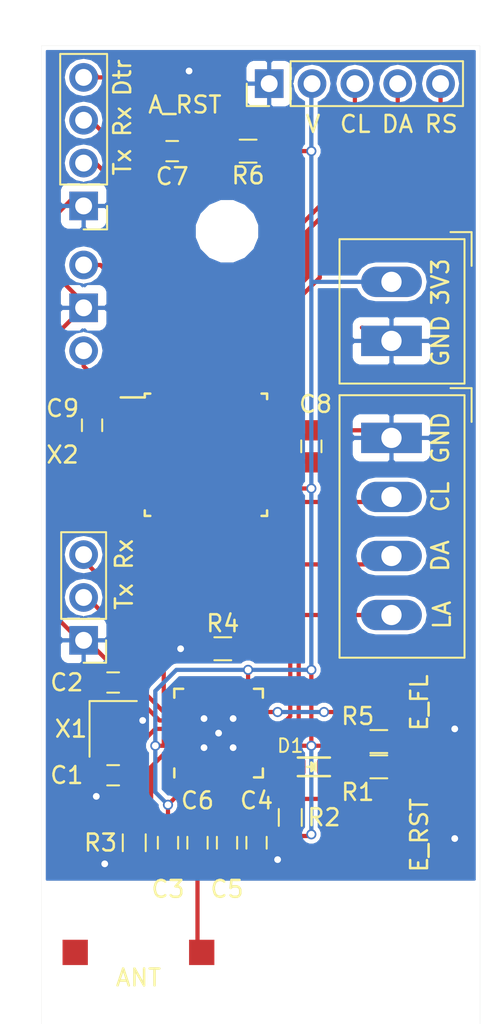
<source format=kicad_pcb>
(kicad_pcb (version 4) (host pcbnew 4.0.4-stable)

  (general
    (links 81)
    (no_connects 0)
    (area 99.994999 41.994999 126.005001 100.005001)
    (thickness 1.6)
    (drawings 4)
    (tracks 251)
    (zones 0)
    (modules 32)
    (nets 55)
  )

  (page A4)
  (layers
    (0 F.Cu signal)
    (31 B.Cu signal)
    (32 B.Adhes user)
    (33 F.Adhes user)
    (34 B.Paste user)
    (35 F.Paste user)
    (36 B.SilkS user)
    (37 F.SilkS user)
    (38 B.Mask user)
    (39 F.Mask user)
    (40 Dwgs.User user)
    (41 Cmts.User user)
    (42 Eco1.User user)
    (43 Eco2.User user)
    (44 Edge.Cuts user)
    (45 Margin user)
    (46 B.CrtYd user)
    (47 F.CrtYd user)
    (48 B.Fab user)
    (49 F.Fab user)
  )

  (setup
    (last_trace_width 0.25)
    (trace_clearance 0.2)
    (zone_clearance 0.25)
    (zone_45_only yes)
    (trace_min 0.2)
    (segment_width 0.2)
    (edge_width 0.01)
    (via_size 0.6)
    (via_drill 0.4)
    (via_min_size 0.4)
    (via_min_drill 0.3)
    (uvia_size 0.3)
    (uvia_drill 0.1)
    (uvias_allowed no)
    (uvia_min_size 0.2)
    (uvia_min_drill 0.1)
    (pcb_text_width 0.3)
    (pcb_text_size 1.2 1.2)
    (mod_edge_width 0.15)
    (mod_text_size 0.8 0.8)
    (mod_text_width 0.12)
    (pad_size 1.524 1.524)
    (pad_drill 0.762)
    (pad_to_mask_clearance 0.2)
    (aux_axis_origin 0 0)
    (visible_elements FFFEFFFF)
    (pcbplotparams
      (layerselection 0x010f0_80000001)
      (usegerberextensions true)
      (excludeedgelayer true)
      (linewidth 0.100000)
      (plotframeref false)
      (viasonmask false)
      (mode 1)
      (useauxorigin false)
      (hpglpennumber 1)
      (hpglpenspeed 20)
      (hpglpendiameter 15)
      (hpglpenoverlay 2)
      (psnegative false)
      (psa4output false)
      (plotreference true)
      (plotvalue true)
      (plotinvisibletext false)
      (padsonsilk false)
      (subtractmaskfromsilk false)
      (outputformat 1)
      (mirror false)
      (drillshape 0)
      (scaleselection 1)
      (outputdirectory gerber/))
  )

  (net 0 "")
  (net 1 "Net-(U1-Pad5)")
  (net 2 "Net-(U1-Pad6)")
  (net 3 "Net-(U1-Pad8)")
  (net 4 "Net-(U1-Pad10)")
  (net 5 "Net-(U1-Pad14)")
  (net 6 "Net-(U1-Pad18)")
  (net 7 "Net-(U1-Pad19)")
  (net 8 "Net-(U1-Pad20)")
  (net 9 "Net-(U1-Pad21)")
  (net 10 "Net-(U1-Pad22)")
  (net 11 "Net-(U1-Pad23)")
  (net 12 "Net-(U1-Pad24)")
  (net 13 "Net-(U1-Pad32)")
  (net 14 GND)
  (net 15 +3V3)
  (net 16 "Net-(D1-Pad2)")
  (net 17 "Net-(D1-Pad1)")
  (net 18 "Net-(R3-Pad1)")
  (net 19 "Net-(C1-Pad2)")
  (net 20 "Net-(C2-Pad2)")
  (net 21 "Net-(C6-Pad2)")
  (net 22 "Net-(U1-Pad16)")
  (net 23 "Net-(R2-Pad1)")
  (net 24 ATM_TXD)
  (net 25 ATM_RXD)
  (net 26 "Net-(C6-Pad1)")
  (net 27 "Net-(R5-Pad1)")
  (net 28 ATM_DTR)
  (net 29 "Net-(C7-Pad2)")
  (net 30 "Net-(C8-Pad1)")
  (net 31 "Net-(IC1-Pad2)")
  (net 32 "Net-(IC1-Pad7)")
  (net 33 "Net-(IC1-Pad8)")
  (net 34 "Net-(IC1-Pad9)")
  (net 35 "Net-(IC1-Pad10)")
  (net 36 "Net-(IC1-Pad11)")
  (net 37 "Net-(IC1-Pad19)")
  (net 38 "Net-(IC1-Pad22)")
  (net 39 ATM_SOFT_RXD)
  (net 40 ATM_SOFT_TXD)
  (net 41 "Net-(IC1-Pad25)")
  (net 42 I2C_SDA)
  (net 43 I2C_SCL)
  (net 44 "Net-(IC1-Pad23)")
  (net 45 "Net-(IC1-Pad24)")
  (net 46 ESP_RXD)
  (net 47 ESP_TXD)
  (net 48 LATCH)
  (net 49 DATA)
  (net 50 "Net-(IC1-Pad16)")
  (net 51 CLOCK)
  (net 52 DISPLAY_RESET)
  (net 53 ENCODER_B)
  (net 54 ENCODER_A)

  (net_class Default "This is the default net class."
    (clearance 0.2)
    (trace_width 0.25)
    (via_dia 0.6)
    (via_drill 0.4)
    (uvia_dia 0.3)
    (uvia_drill 0.1)
    (add_net +3V3)
    (add_net ATM_DTR)
    (add_net ATM_RXD)
    (add_net ATM_SOFT_RXD)
    (add_net ATM_SOFT_TXD)
    (add_net ATM_TXD)
    (add_net CLOCK)
    (add_net DATA)
    (add_net DISPLAY_RESET)
    (add_net ENCODER_A)
    (add_net ENCODER_B)
    (add_net ESP_RXD)
    (add_net ESP_TXD)
    (add_net GND)
    (add_net I2C_SCL)
    (add_net I2C_SDA)
    (add_net LATCH)
    (add_net "Net-(C1-Pad2)")
    (add_net "Net-(C2-Pad2)")
    (add_net "Net-(C6-Pad1)")
    (add_net "Net-(C6-Pad2)")
    (add_net "Net-(C7-Pad2)")
    (add_net "Net-(C8-Pad1)")
    (add_net "Net-(D1-Pad1)")
    (add_net "Net-(D1-Pad2)")
    (add_net "Net-(IC1-Pad10)")
    (add_net "Net-(IC1-Pad11)")
    (add_net "Net-(IC1-Pad16)")
    (add_net "Net-(IC1-Pad19)")
    (add_net "Net-(IC1-Pad2)")
    (add_net "Net-(IC1-Pad22)")
    (add_net "Net-(IC1-Pad23)")
    (add_net "Net-(IC1-Pad24)")
    (add_net "Net-(IC1-Pad25)")
    (add_net "Net-(IC1-Pad7)")
    (add_net "Net-(IC1-Pad8)")
    (add_net "Net-(IC1-Pad9)")
    (add_net "Net-(R2-Pad1)")
    (add_net "Net-(R3-Pad1)")
    (add_net "Net-(R5-Pad1)")
    (add_net "Net-(U1-Pad10)")
    (add_net "Net-(U1-Pad14)")
    (add_net "Net-(U1-Pad16)")
    (add_net "Net-(U1-Pad18)")
    (add_net "Net-(U1-Pad19)")
    (add_net "Net-(U1-Pad20)")
    (add_net "Net-(U1-Pad21)")
    (add_net "Net-(U1-Pad22)")
    (add_net "Net-(U1-Pad23)")
    (add_net "Net-(U1-Pad24)")
    (add_net "Net-(U1-Pad32)")
    (add_net "Net-(U1-Pad5)")
    (add_net "Net-(U1-Pad6)")
    (add_net "Net-(U1-Pad8)")
  )

  (module micro_switches:ALPS_SKRELHE010 (layer F.Cu) (tedit 58D91429) (tstamp 58BB16FE)
    (at 124.5 88.5 90)
    (path /58469115)
    (fp_text reference SW1 (at 0 0.5 90) (layer F.SilkS) hide
      (effects (font (size 1 1) (thickness 0.15)))
    )
    (fp_text value E_RST (at -0.3 -2.1 270) (layer F.SilkS)
      (effects (font (size 1 1) (thickness 0.15)))
    )
    (pad 1 smd rect (at -1.9 0 90) (size 1.2 1.8) (layers F.Cu F.Paste F.Mask)
      (net 14 GND))
    (pad 2 smd rect (at 1.9 0 90) (size 1.2 1.8) (layers F.Cu F.Paste F.Mask)
      (net 23 "Net-(R2-Pad1)"))
  )

  (module micro_switches:ALPS_SKRELHE010 (layer F.Cu) (tedit 58D913D8) (tstamp 58BB1704)
    (at 124.5 81.75 90)
    (path /5846EEBA)
    (fp_text reference SW2 (at 0 0.5 90) (layer F.SilkS) hide
      (effects (font (size 1 1) (thickness 0.15)))
    )
    (fp_text value E_FL (at 0.8 -2.1 270) (layer F.SilkS)
      (effects (font (size 1 1) (thickness 0.15)))
    )
    (pad 1 smd rect (at -1.9 0 90) (size 1.2 1.8) (layers F.Cu F.Paste F.Mask)
      (net 14 GND))
    (pad 2 smd rect (at 1.9 0 90) (size 1.2 1.8) (layers F.Cu F.Paste F.Mask)
      (net 27 "Net-(R5-Pad1)"))
  )

  (module micro_switches:ALPS_SKRELHE010 (layer F.Cu) (tedit 58D91034) (tstamp 58BBE177)
    (at 108.5 43.5)
    (path /58BBF5B2)
    (fp_text reference SW3 (at -0.25 0.5) (layer F.SilkS) hide
      (effects (font (size 1 1) (thickness 0.15)))
    )
    (fp_text value A_RST (at 0 2) (layer F.SilkS)
      (effects (font (size 1 1) (thickness 0.15)))
    )
    (pad 1 smd rect (at -1.9 0) (size 1.2 1.8) (layers F.Cu F.Paste F.Mask)
      (net 29 "Net-(C7-Pad2)"))
    (pad 2 smd rect (at 1.9 0) (size 1.2 1.8) (layers F.Cu F.Paste F.Mask)
      (net 14 GND))
  )

  (module Pin_Headers:Pin_Header_Straight_1x05_Pitch2.54mm (layer F.Cu) (tedit 58D90FDA) (tstamp 58D7CEE1)
    (at 113.5 44.25 90)
    (descr "Through hole straight pin header, 1x05, 2.54mm pitch, single row")
    (tags "Through hole pin header THT 1x05 2.54mm single row")
    (path /58D7CD0F)
    (fp_text reference P6 (at 0 -2.33 90) (layer F.SilkS) hide
      (effects (font (size 1 1) (thickness 0.15)))
    )
    (fp_text value CONN_01X05 (at 0 12.49 90) (layer F.Fab)
      (effects (font (size 1 1) (thickness 0.15)))
    )
    (fp_text user RS (at -2.4 10.2 180) (layer F.SilkS)
      (effects (font (size 1 1) (thickness 0.15)))
    )
    (fp_text user DA (at -2.4 7.6 180) (layer F.SilkS)
      (effects (font (size 1 1) (thickness 0.15)))
    )
    (fp_text user CL (at -2.4 5.1 180) (layer F.SilkS)
      (effects (font (size 1 1) (thickness 0.15)))
    )
    (fp_text user V (at -2.4 2.6 180) (layer F.SilkS)
      (effects (font (size 1 1) (thickness 0.15)))
    )
    (fp_line (start -1.27 -1.27) (end -1.27 11.43) (layer F.Fab) (width 0.1))
    (fp_line (start -1.27 11.43) (end 1.27 11.43) (layer F.Fab) (width 0.1))
    (fp_line (start 1.27 11.43) (end 1.27 -1.27) (layer F.Fab) (width 0.1))
    (fp_line (start 1.27 -1.27) (end -1.27 -1.27) (layer F.Fab) (width 0.1))
    (fp_line (start -1.33 1.27) (end -1.33 11.49) (layer F.SilkS) (width 0.12))
    (fp_line (start -1.33 11.49) (end 1.33 11.49) (layer F.SilkS) (width 0.12))
    (fp_line (start 1.33 11.49) (end 1.33 1.27) (layer F.SilkS) (width 0.12))
    (fp_line (start 1.33 1.27) (end -1.33 1.27) (layer F.SilkS) (width 0.12))
    (fp_line (start -1.33 0) (end -1.33 -1.33) (layer F.SilkS) (width 0.12))
    (fp_line (start -1.33 -1.33) (end 0 -1.33) (layer F.SilkS) (width 0.12))
    (fp_line (start -1.8 -1.8) (end -1.8 11.95) (layer F.CrtYd) (width 0.05))
    (fp_line (start -1.8 11.95) (end 1.8 11.95) (layer F.CrtYd) (width 0.05))
    (fp_line (start 1.8 11.95) (end 1.8 -1.8) (layer F.CrtYd) (width 0.05))
    (fp_line (start 1.8 -1.8) (end -1.8 -1.8) (layer F.CrtYd) (width 0.05))
    (fp_text user %R (at 0 -2.33 90) (layer F.Fab)
      (effects (font (size 1 1) (thickness 0.15)))
    )
    (pad 1 thru_hole rect (at 0 0 90) (size 1.7 1.7) (drill 1) (layers *.Cu *.Mask)
      (net 14 GND))
    (pad 2 thru_hole oval (at 0 2.54 90) (size 1.7 1.7) (drill 1) (layers *.Cu *.Mask)
      (net 15 +3V3))
    (pad 3 thru_hole oval (at 0 5.08 90) (size 1.7 1.7) (drill 1) (layers *.Cu *.Mask)
      (net 43 I2C_SCL))
    (pad 4 thru_hole oval (at 0 7.62 90) (size 1.7 1.7) (drill 1) (layers *.Cu *.Mask)
      (net 42 I2C_SDA))
    (pad 5 thru_hole oval (at 0 10.16 90) (size 1.7 1.7) (drill 1) (layers *.Cu *.Mask)
      (net 52 DISPLAY_RESET))
    (model ${KISYS3DMOD}/Pin_Headers.3dshapes/Pin_Header_Straight_1x05_Pitch2.54mm.wrl
      (at (xyz 0 -0.2 0))
      (scale (xyz 1 1 1))
      (rotate (xyz 0 0 90))
    )
  )

  (module Pin_Headers:Pin_Header_Straight_1x04_Pitch2.54mm (layer F.Cu) (tedit 58D8DA7E) (tstamp 58BBE49D)
    (at 102.5 51.5 180)
    (descr "Through hole straight pin header, 1x04, 2.54mm pitch, single row")
    (tags "Through hole pin header THT 1x04 2.54mm single row")
    (path /58BBCA9A)
    (fp_text reference P3 (at -0.25 -2.75 270) (layer F.SilkS) hide
      (effects (font (size 1 1) (thickness 0.15)))
    )
    (fp_text value ATM_FLASH (at 4 4.6 270) (layer F.SilkS) hide
      (effects (font (size 1 1) (thickness 0.15)))
    )
    (fp_text user Tx (at -2.3 2.6 270) (layer F.SilkS)
      (effects (font (size 1 1) (thickness 0.15)))
    )
    (fp_text user Rx (at -2.3 5 270) (layer F.SilkS)
      (effects (font (size 1 1) (thickness 0.15)))
    )
    (fp_text user Dtr (at -2.3 7.6 270) (layer F.SilkS)
      (effects (font (size 1 1) (thickness 0.15)))
    )
    (fp_line (start -1.27 -1.27) (end -1.27 8.89) (layer F.Fab) (width 0.1))
    (fp_line (start -1.27 8.89) (end 1.27 8.89) (layer F.Fab) (width 0.1))
    (fp_line (start 1.27 8.89) (end 1.27 -1.27) (layer F.Fab) (width 0.1))
    (fp_line (start 1.27 -1.27) (end -1.27 -1.27) (layer F.Fab) (width 0.1))
    (fp_line (start -1.39 1.27) (end -1.39 9.01) (layer F.SilkS) (width 0.12))
    (fp_line (start -1.39 9.01) (end 1.39 9.01) (layer F.SilkS) (width 0.12))
    (fp_line (start 1.39 9.01) (end 1.39 1.27) (layer F.SilkS) (width 0.12))
    (fp_line (start 1.39 1.27) (end -1.39 1.27) (layer F.SilkS) (width 0.12))
    (fp_line (start -1.39 0) (end -1.39 -1.39) (layer F.SilkS) (width 0.12))
    (fp_line (start -1.39 -1.39) (end 0 -1.39) (layer F.SilkS) (width 0.12))
    (fp_line (start -1.6 -1.6) (end -1.6 9.2) (layer F.CrtYd) (width 0.05))
    (fp_line (start -1.6 9.2) (end 1.6 9.2) (layer F.CrtYd) (width 0.05))
    (fp_line (start 1.6 9.2) (end 1.6 -1.6) (layer F.CrtYd) (width 0.05))
    (fp_line (start 1.6 -1.6) (end -1.6 -1.6) (layer F.CrtYd) (width 0.05))
    (pad 1 thru_hole rect (at 0 0 180) (size 1.7 1.7) (drill 1) (layers *.Cu *.Mask)
      (net 14 GND))
    (pad 2 thru_hole oval (at 0 2.54 180) (size 1.7 1.7) (drill 1) (layers *.Cu *.Mask)
      (net 24 ATM_TXD))
    (pad 3 thru_hole oval (at 0 5.08 180) (size 1.7 1.7) (drill 1) (layers *.Cu *.Mask)
      (net 25 ATM_RXD))
    (pad 4 thru_hole oval (at 0 7.62 180) (size 1.7 1.7) (drill 1) (layers *.Cu *.Mask)
      (net 28 ATM_DTR))
    (model Pin_Headers.3dshapes/Pin_Header_Straight_1x04_Pitch2.54mm.wrl
      (at (xyz 0 -0.15 0))
      (scale (xyz 1 1 1))
      (rotate (xyz 0 0 90))
    )
  )

  (module Pin_Headers:Pin_Header_Straight_1x03_Pitch2.54mm (layer F.Cu) (tedit 58D8D620) (tstamp 58D82ECE)
    (at 102.5 77.25 180)
    (descr "Through hole straight pin header, 1x03, 2.54mm pitch, single row")
    (tags "Through hole pin header THT 1x03 2.54mm single row")
    (path /58BB0E22)
    (fp_text reference P2 (at 0 -2.33 180) (layer F.SilkS) hide
      (effects (font (size 1 1) (thickness 0.15)))
    )
    (fp_text value ESP_FLASH (at 0 7.41 180) (layer F.Fab)
      (effects (font (size 1 1) (thickness 0.15)))
    )
    (fp_text user Tx (at -2.4 2.6 270) (layer F.SilkS)
      (effects (font (size 1 1) (thickness 0.15)))
    )
    (fp_text user Rx (at -2.4 5.1 270) (layer F.SilkS)
      (effects (font (size 1 1) (thickness 0.15)))
    )
    (fp_line (start -1.27 -1.27) (end -1.27 6.35) (layer F.Fab) (width 0.1))
    (fp_line (start -1.27 6.35) (end 1.27 6.35) (layer F.Fab) (width 0.1))
    (fp_line (start 1.27 6.35) (end 1.27 -1.27) (layer F.Fab) (width 0.1))
    (fp_line (start 1.27 -1.27) (end -1.27 -1.27) (layer F.Fab) (width 0.1))
    (fp_line (start -1.33 1.27) (end -1.33 6.41) (layer F.SilkS) (width 0.12))
    (fp_line (start -1.33 6.41) (end 1.33 6.41) (layer F.SilkS) (width 0.12))
    (fp_line (start 1.33 6.41) (end 1.33 1.27) (layer F.SilkS) (width 0.12))
    (fp_line (start 1.33 1.27) (end -1.33 1.27) (layer F.SilkS) (width 0.12))
    (fp_line (start -1.33 0) (end -1.33 -1.33) (layer F.SilkS) (width 0.12))
    (fp_line (start -1.33 -1.33) (end 0 -1.33) (layer F.SilkS) (width 0.12))
    (fp_line (start -1.8 -1.8) (end -1.8 6.85) (layer F.CrtYd) (width 0.05))
    (fp_line (start -1.8 6.85) (end 1.8 6.85) (layer F.CrtYd) (width 0.05))
    (fp_line (start 1.8 6.85) (end 1.8 -1.8) (layer F.CrtYd) (width 0.05))
    (fp_line (start 1.8 -1.8) (end -1.8 -1.8) (layer F.CrtYd) (width 0.05))
    (fp_text user %R (at 0 -2.33 180) (layer F.Fab)
      (effects (font (size 1 1) (thickness 0.15)))
    )
    (pad 1 thru_hole rect (at 0 0 180) (size 1.7 1.7) (drill 1) (layers *.Cu *.Mask)
      (net 14 GND))
    (pad 2 thru_hole oval (at 0 2.54 180) (size 1.7 1.7) (drill 1) (layers *.Cu *.Mask)
      (net 46 ESP_RXD))
    (pad 3 thru_hole oval (at 0 5.08 180) (size 1.7 1.7) (drill 1) (layers *.Cu *.Mask)
      (net 47 ESP_TXD))
    (model ${KISYS3DMOD}/Pin_Headers.3dshapes/Pin_Header_Straight_1x03_Pitch2.54mm.wrl
      (at (xyz 0 -0.1 0))
      (scale (xyz 1 1 1))
      (rotate (xyz 0 0 90))
    )
  )

  (module Pin_Headers:Pin_Header_Straight_1x03_Pitch2.54mm (layer F.Cu) (tedit 58D8B49D) (tstamp 58D7D903)
    (at 102.5 55)
    (descr "Through hole straight pin header, 1x03, 2.54mm pitch, single row")
    (tags "Through hole pin header THT 1x03 2.54mm single row")
    (path /58D7FA97)
    (fp_text reference P7 (at 0 -2.33) (layer F.SilkS) hide
      (effects (font (size 1 1) (thickness 0.15)))
    )
    (fp_text value CONN_01X03 (at 0 7.41) (layer F.Fab)
      (effects (font (size 1 1) (thickness 0.15)))
    )
    (fp_line (start -1.27 -1.27) (end -1.27 6.35) (layer F.Fab) (width 0.1))
    (fp_line (start -1.27 6.35) (end 1.27 6.35) (layer F.Fab) (width 0.1))
    (fp_line (start 1.27 6.35) (end 1.27 -1.27) (layer F.Fab) (width 0.1))
    (fp_line (start 1.27 -1.27) (end -1.27 -1.27) (layer F.Fab) (width 0.1))
    (fp_line (start -1.8 -1.8) (end -1.8 6.85) (layer F.CrtYd) (width 0.05))
    (fp_line (start -1.8 6.85) (end 1.8 6.85) (layer F.CrtYd) (width 0.05))
    (fp_line (start 1.8 6.85) (end 1.8 -1.8) (layer F.CrtYd) (width 0.05))
    (fp_line (start 1.8 -1.8) (end -1.8 -1.8) (layer F.CrtYd) (width 0.05))
    (fp_text user %R (at 0 -2.33) (layer F.Fab)
      (effects (font (size 1 1) (thickness 0.15)))
    )
    (pad 1 thru_hole oval (at 0 0) (size 1.7 1.7) (drill 1) (layers *.Cu *.Mask)
      (net 54 ENCODER_A))
    (pad 2 thru_hole rect (at 0 2.54) (size 1.7 1.7) (drill 1) (layers *.Cu *.Mask)
      (net 14 GND))
    (pad 3 thru_hole oval (at 0 5.08) (size 1.7 1.7) (drill 1) (layers *.Cu *.Mask)
      (net 53 ENCODER_B))
    (model ${KISYS3DMOD}/Pin_Headers.3dshapes/Pin_Header_Straight_1x03_Pitch2.54mm.wrl
      (at (xyz 0 -0.1 0))
      (scale (xyz 1 1 1))
      (rotate (xyz 0 0 90))
    )
  )

  (module Connectors_Phoenix:PhoenixContact_MCV-G_04x3.50mm_Vertical (layer F.Cu) (tedit 58BC3FEF) (tstamp 58BBE164)
    (at 120.75 65.25 270)
    (descr "Generic Phoenix Contact connector footprint for series: MCV-G; number of pins: 04; pin pitch: 3.50mm; Vertical || order number: 1843622 8A 160V")
    (tags "phoenix_contact connector MCV_01x04_G_3.5mm")
    (path /58BB4AD0)
    (fp_text reference P5 (at 5.25 4.25 270) (layer F.SilkS) hide
      (effects (font (size 1 1) (thickness 0.15)))
    )
    (fp_text value CONN_01X04 (at 5.25 4 270) (layer F.Fab)
      (effects (font (size 1 1) (thickness 0.15)))
    )
    (fp_text user LA (at 10.5 -3 270) (layer F.SilkS)
      (effects (font (size 1 1) (thickness 0.15)))
    )
    (fp_text user DA (at 7 -2.9 270) (layer F.SilkS)
      (effects (font (size 1 1) (thickness 0.15)))
    )
    (fp_text user CL (at 3.5 -2.9 270) (layer F.SilkS)
      (effects (font (size 1 1) (thickness 0.15)))
    )
    (fp_text user GND (at 0 -2.9 270) (layer F.SilkS)
      (effects (font (size 1 1) (thickness 0.15)))
    )
    (fp_line (start -2.53 -4.33) (end -2.53 3.08) (layer F.SilkS) (width 0.12))
    (fp_line (start -2.53 3.08) (end 13.03 3.08) (layer F.SilkS) (width 0.12))
    (fp_line (start 13.03 3.08) (end 13.03 -4.33) (layer F.SilkS) (width 0.12))
    (fp_line (start 13.03 -4.33) (end -2.53 -4.33) (layer F.SilkS) (width 0.12))
    (fp_line (start -2.45 -4.25) (end -2.45 3) (layer F.Fab) (width 0.1))
    (fp_line (start -2.45 3) (end 12.95 3) (layer F.Fab) (width 0.1))
    (fp_line (start 12.95 3) (end 12.95 -4.25) (layer F.Fab) (width 0.1))
    (fp_line (start 12.95 -4.25) (end -2.45 -4.25) (layer F.Fab) (width 0.1))
    (fp_line (start -2.95 -4.75) (end -2.95 3.5) (layer F.CrtYd) (width 0.05))
    (fp_line (start -2.95 3.5) (end 13.45 3.5) (layer F.CrtYd) (width 0.05))
    (fp_line (start 13.45 3.5) (end 13.45 -4.75) (layer F.CrtYd) (width 0.05))
    (fp_line (start 13.45 -4.75) (end -2.95 -4.75) (layer F.CrtYd) (width 0.05))
    (fp_line (start -2.95 -3.5) (end -2.95 -4.75) (layer F.SilkS) (width 0.12))
    (fp_line (start -2.95 -4.75) (end -0.95 -4.75) (layer F.SilkS) (width 0.12))
    (fp_line (start -2.95 -3.5) (end -2.95 -4.75) (layer F.Fab) (width 0.1))
    (fp_line (start -2.95 -4.75) (end -0.95 -4.75) (layer F.Fab) (width 0.1))
    (pad 1 thru_hole rect (at 0 0 270) (size 1.8 3.6) (drill 1.2) (layers *.Cu *.Mask)
      (net 14 GND))
    (pad 2 thru_hole oval (at 3.5 0 270) (size 1.8 3.6) (drill 1.2) (layers *.Cu *.Mask)
      (net 51 CLOCK))
    (pad 3 thru_hole oval (at 7 0 270) (size 1.8 3.6) (drill 1.2) (layers *.Cu *.Mask)
      (net 49 DATA))
    (pad 4 thru_hole oval (at 10.5 0 270) (size 1.8 3.6) (drill 1.2) (layers *.Cu *.Mask)
      (net 48 LATCH))
    (model Connectors_Phoenix.3dshapes/PhoenixContact_MCV-G_04x3.50mm_Vertical.wrl
      (at (xyz 0 0 0))
      (scale (xyz 1 1 1))
      (rotate (xyz 0 0 0))
    )
  )

  (module Connectors_Phoenix:PhoenixContact_MCV-G_02x3.50mm_Vertical (layer F.Cu) (tedit 58BC38D8) (tstamp 58BBE15C)
    (at 120.75 56 270)
    (descr "Generic Phoenix Contact connector footprint for series: MCV-G; number of pins: 02; pin pitch: 3.50mm; Vertical || order number: 1843606 8A 160V")
    (tags "phoenix_contact connector MCV_01x02_G_3.5mm")
    (path /58BB21E6)
    (fp_text reference P4 (at 2 4 270) (layer F.SilkS) hide
      (effects (font (size 1 1) (thickness 0.15)))
    )
    (fp_text value VCC (at 1.75 4 270) (layer F.Fab)
      (effects (font (size 1 1) (thickness 0.15)))
    )
    (fp_text user GND (at 3.5 -2.9 270) (layer F.SilkS)
      (effects (font (size 1 1) (thickness 0.15)))
    )
    (fp_text user 3V3 (at 0 -2.9 270) (layer F.SilkS)
      (effects (font (size 1 1) (thickness 0.15)))
    )
    (fp_line (start -2.53 -4.33) (end -2.53 3.08) (layer F.SilkS) (width 0.12))
    (fp_line (start -2.53 3.08) (end 6.03 3.08) (layer F.SilkS) (width 0.12))
    (fp_line (start 6.03 3.08) (end 6.03 -4.33) (layer F.SilkS) (width 0.12))
    (fp_line (start 6.03 -4.33) (end -2.53 -4.33) (layer F.SilkS) (width 0.12))
    (fp_line (start -2.45 -4.25) (end -2.45 3) (layer F.Fab) (width 0.1))
    (fp_line (start -2.45 3) (end 5.95 3) (layer F.Fab) (width 0.1))
    (fp_line (start 5.95 3) (end 5.95 -4.25) (layer F.Fab) (width 0.1))
    (fp_line (start 5.95 -4.25) (end -2.45 -4.25) (layer F.Fab) (width 0.1))
    (fp_line (start -2.95 -4.75) (end -2.95 3.5) (layer F.CrtYd) (width 0.05))
    (fp_line (start -2.95 3.5) (end 6.45 3.5) (layer F.CrtYd) (width 0.05))
    (fp_line (start 6.45 3.5) (end 6.45 -4.75) (layer F.CrtYd) (width 0.05))
    (fp_line (start 6.45 -4.75) (end -2.95 -4.75) (layer F.CrtYd) (width 0.05))
    (fp_line (start -2.95 -3.5) (end -2.95 -4.75) (layer F.SilkS) (width 0.12))
    (fp_line (start -2.95 -4.75) (end -0.95 -4.75) (layer F.SilkS) (width 0.12))
    (fp_line (start -2.95 -3.5) (end -2.95 -4.75) (layer F.Fab) (width 0.1))
    (fp_line (start -2.95 -4.75) (end -0.95 -4.75) (layer F.Fab) (width 0.1))
    (pad 1 thru_hole oval (at 0 0 270) (size 1.8 3.6) (drill 1.2) (layers *.Cu *.Mask)
      (net 15 +3V3))
    (pad 2 thru_hole rect (at 3.5 0 270) (size 1.8 3.6) (drill 1.2) (layers *.Cu *.Mask)
      (net 14 GND))
    (model Connectors_Phoenix.3dshapes/PhoenixContact_MCV-G_02x3.50mm_Vertical.wrl
      (at (xyz 0 0 0))
      (scale (xyz 1 1 1))
      (rotate (xyz 0 0 0))
    )
  )

  (module Mounting_Holes:MountingHole_3.2mm_M3 (layer F.Cu) (tedit 58BBECCE) (tstamp 58BBEE51)
    (at 111 53)
    (descr "Mounting Hole 3.2mm, no annular, M3")
    (tags "mounting hole 3.2mm no annular m3")
    (fp_text reference H1 (at 0 -4.2) (layer F.SilkS) hide
      (effects (font (size 1 1) (thickness 0.15)))
    )
    (fp_text value MountingHole_3.2mm_M3 (at 0 4.2) (layer F.Fab) hide
      (effects (font (size 1 1) (thickness 0.15)))
    )
    (fp_circle (center 0 0) (end 3.2 0) (layer Cmts.User) (width 0.15))
    (fp_circle (center 0 0) (end 3.45 0) (layer F.CrtYd) (width 0.05))
    (pad 1 np_thru_hole circle (at 0 0) (size 3.2 3.2) (drill 3.2) (layers *.Cu *.Mask))
  )

  (module Housings_DFN_QFN:QFN-32-1EP_5x5mm_Pitch0.5mm (layer F.Cu) (tedit 58BC0CBC) (tstamp 58448DB7)
    (at 110.5 82.75 90)
    (descr "UH Package; 32-Lead Plastic QFN (5mm x 5mm); (see Linear Technology QFN_32_05-08-1693.pdf)")
    (tags "QFN 0.5")
    (path /58449519)
    (attr smd)
    (fp_text reference U1 (at 3.5 -2.25 180) (layer F.SilkS) hide
      (effects (font (size 0.8 0.8) (thickness 0.12)))
    )
    (fp_text value ESP8285 (at 0 3.75 90) (layer F.Fab)
      (effects (font (size 1 1) (thickness 0.15)))
    )
    (fp_line (start -1.5 -2.5) (end 2.5 -2.5) (layer F.Fab) (width 0.15))
    (fp_line (start 2.5 -2.5) (end 2.5 2.5) (layer F.Fab) (width 0.15))
    (fp_line (start 2.5 2.5) (end -2.5 2.5) (layer F.Fab) (width 0.15))
    (fp_line (start -2.5 2.5) (end -2.5 -1.5) (layer F.Fab) (width 0.15))
    (fp_line (start -2.5 -1.5) (end -1.5 -2.5) (layer F.Fab) (width 0.15))
    (fp_line (start -3 -3) (end -3 3) (layer F.CrtYd) (width 0.05))
    (fp_line (start 3 -3) (end 3 3) (layer F.CrtYd) (width 0.05))
    (fp_line (start -3 -3) (end 3 -3) (layer F.CrtYd) (width 0.05))
    (fp_line (start -3 3) (end 3 3) (layer F.CrtYd) (width 0.05))
    (fp_line (start 2.625 -2.625) (end 2.625 -2.1) (layer F.SilkS) (width 0.15))
    (fp_line (start -2.625 2.625) (end -2.625 2.1) (layer F.SilkS) (width 0.15))
    (fp_line (start 2.625 2.625) (end 2.625 2.1) (layer F.SilkS) (width 0.15))
    (fp_line (start -2.625 -2.625) (end -2.1 -2.625) (layer F.SilkS) (width 0.15))
    (fp_line (start -2.625 2.625) (end -2.1 2.625) (layer F.SilkS) (width 0.15))
    (fp_line (start 2.625 2.625) (end 2.1 2.625) (layer F.SilkS) (width 0.15))
    (fp_line (start 2.625 -2.625) (end 2.1 -2.625) (layer F.SilkS) (width 0.15))
    (pad 1 smd rect (at -2.4 -1.75 90) (size 0.7 0.25) (layers F.Cu F.Paste F.Mask)
      (net 15 +3V3))
    (pad 2 smd rect (at -2.4 -1.25 90) (size 0.7 0.25) (layers F.Cu F.Paste F.Mask)
      (net 21 "Net-(C6-Pad2)"))
    (pad 3 smd rect (at -2.4 -0.75 90) (size 0.7 0.25) (layers F.Cu F.Paste F.Mask)
      (net 15 +3V3))
    (pad 4 smd rect (at -2.4 -0.25 90) (size 0.7 0.25) (layers F.Cu F.Paste F.Mask)
      (net 15 +3V3))
    (pad 5 smd rect (at -2.4 0.25 90) (size 0.7 0.25) (layers F.Cu F.Paste F.Mask)
      (net 1 "Net-(U1-Pad5)"))
    (pad 6 smd rect (at -2.4 0.75 90) (size 0.7 0.25) (layers F.Cu F.Paste F.Mask)
      (net 2 "Net-(U1-Pad6)"))
    (pad 7 smd rect (at -2.4 1.25 90) (size 0.7 0.25) (layers F.Cu F.Paste F.Mask)
      (net 23 "Net-(R2-Pad1)"))
    (pad 8 smd rect (at -2.4 1.75 90) (size 0.7 0.25) (layers F.Cu F.Paste F.Mask)
      (net 3 "Net-(U1-Pad8)"))
    (pad 9 smd rect (at -1.75 2.4 180) (size 0.7 0.25) (layers F.Cu F.Paste F.Mask)
      (net 16 "Net-(D1-Pad2)"))
    (pad 10 smd rect (at -1.25 2.4 180) (size 0.7 0.25) (layers F.Cu F.Paste F.Mask)
      (net 4 "Net-(U1-Pad10)"))
    (pad 11 smd rect (at -0.75 2.4 180) (size 0.7 0.25) (layers F.Cu F.Paste F.Mask)
      (net 15 +3V3))
    (pad 12 smd rect (at -0.25 2.4 180) (size 0.7 0.25) (layers F.Cu F.Paste F.Mask)
      (net 40 ATM_SOFT_TXD))
    (pad 13 smd rect (at 0.25 2.4 180) (size 0.7 0.25) (layers F.Cu F.Paste F.Mask)
      (net 39 ATM_SOFT_RXD))
    (pad 14 smd rect (at 0.75 2.4 180) (size 0.7 0.25) (layers F.Cu F.Paste F.Mask)
      (net 5 "Net-(U1-Pad14)"))
    (pad 15 smd rect (at 1.25 2.4 180) (size 0.7 0.25) (layers F.Cu F.Paste F.Mask)
      (net 27 "Net-(R5-Pad1)"))
    (pad 16 smd rect (at 1.75 2.4 180) (size 0.7 0.25) (layers F.Cu F.Paste F.Mask)
      (net 22 "Net-(U1-Pad16)"))
    (pad 17 smd rect (at 2.4 1.75 90) (size 0.7 0.25) (layers F.Cu F.Paste F.Mask)
      (net 15 +3V3))
    (pad 18 smd rect (at 2.4 1.25 90) (size 0.7 0.25) (layers F.Cu F.Paste F.Mask)
      (net 6 "Net-(U1-Pad18)"))
    (pad 19 smd rect (at 2.4 0.75 90) (size 0.7 0.25) (layers F.Cu F.Paste F.Mask)
      (net 7 "Net-(U1-Pad19)"))
    (pad 20 smd rect (at 2.4 0.25 90) (size 0.7 0.25) (layers F.Cu F.Paste F.Mask)
      (net 8 "Net-(U1-Pad20)"))
    (pad 21 smd rect (at 2.4 -0.25 90) (size 0.7 0.25) (layers F.Cu F.Paste F.Mask)
      (net 9 "Net-(U1-Pad21)"))
    (pad 22 smd rect (at 2.4 -0.75 90) (size 0.7 0.25) (layers F.Cu F.Paste F.Mask)
      (net 10 "Net-(U1-Pad22)"))
    (pad 23 smd rect (at 2.4 -1.25 90) (size 0.7 0.25) (layers F.Cu F.Paste F.Mask)
      (net 11 "Net-(U1-Pad23)"))
    (pad 24 smd rect (at 2.4 -1.75 90) (size 0.7 0.25) (layers F.Cu F.Paste F.Mask)
      (net 12 "Net-(U1-Pad24)"))
    (pad 25 smd rect (at 1.75 -2.4 180) (size 0.7 0.25) (layers F.Cu F.Paste F.Mask)
      (net 47 ESP_TXD))
    (pad 26 smd rect (at 1.25 -2.4 180) (size 0.7 0.25) (layers F.Cu F.Paste F.Mask)
      (net 46 ESP_RXD))
    (pad 27 smd rect (at 0.75 -2.4 180) (size 0.7 0.25) (layers F.Cu F.Paste F.Mask)
      (net 20 "Net-(C2-Pad2)"))
    (pad 28 smd rect (at 0.25 -2.4 180) (size 0.7 0.25) (layers F.Cu F.Paste F.Mask)
      (net 19 "Net-(C1-Pad2)"))
    (pad 29 smd rect (at -0.25 -2.4 180) (size 0.7 0.25) (layers F.Cu F.Paste F.Mask)
      (net 15 +3V3))
    (pad 30 smd rect (at -0.75 -2.4 180) (size 0.7 0.25) (layers F.Cu F.Paste F.Mask)
      (net 15 +3V3))
    (pad 31 smd rect (at -1.25 -2.4 180) (size 0.7 0.25) (layers F.Cu F.Paste F.Mask)
      (net 18 "Net-(R3-Pad1)"))
    (pad 32 smd rect (at -1.75 -2.4 180) (size 0.7 0.25) (layers F.Cu F.Paste F.Mask)
      (net 13 "Net-(U1-Pad32)"))
    (pad 33 smd rect (at 0.8625 0.8625 90) (size 1.725 1.725) (layers F.Cu F.Paste F.Mask)
      (net 14 GND) (solder_paste_margin_ratio -0.2))
    (pad 33 smd rect (at 0.8625 -0.8625 90) (size 1.725 1.725) (layers F.Cu F.Paste F.Mask)
      (net 14 GND) (solder_paste_margin_ratio -0.2))
    (pad 33 smd rect (at -0.8625 0.8625 90) (size 1.725 1.725) (layers F.Cu F.Paste F.Mask)
      (net 14 GND) (solder_paste_margin_ratio -0.2))
    (pad 33 smd rect (at -0.8625 -0.8625 90) (size 1.725 1.725) (layers F.Cu F.Paste F.Mask)
      (net 14 GND) (solder_paste_margin_ratio -0.2))
    (model Housings_DFN_QFN.3dshapes/QFN-32-1EP_5x5mm_Pitch0.5mm.wrl
      (at (xyz 0 0 0))
      (scale (xyz 1 1 1))
      (rotate (xyz 0 0 0))
    )
  )

  (module LEDs:LED_0603 (layer F.Cu) (tedit 58BC321B) (tstamp 584E8ACE)
    (at 116 84.75 180)
    (descr "LED 0603 smd package")
    (tags "LED led 0603 SMD smd SMT smt smdled SMDLED smtled SMTLED")
    (path /584E892F)
    (attr smd)
    (fp_text reference D1 (at 1.25 1.25 180) (layer F.SilkS)
      (effects (font (size 0.8 0.8) (thickness 0.12)))
    )
    (fp_text value BLUE (at 0 1.5 180) (layer F.Fab)
      (effects (font (size 1 1) (thickness 0.15)))
    )
    (fp_line (start -0.3 -0.2) (end -0.3 0.2) (layer F.Fab) (width 0.15))
    (fp_line (start -0.2 0) (end 0.1 -0.2) (layer F.Fab) (width 0.15))
    (fp_line (start 0.1 0.2) (end -0.2 0) (layer F.Fab) (width 0.15))
    (fp_line (start 0.1 -0.2) (end 0.1 0.2) (layer F.Fab) (width 0.15))
    (fp_line (start 0.8 0.4) (end -0.8 0.4) (layer F.Fab) (width 0.15))
    (fp_line (start 0.8 -0.4) (end 0.8 0.4) (layer F.Fab) (width 0.15))
    (fp_line (start -0.8 -0.4) (end 0.8 -0.4) (layer F.Fab) (width 0.15))
    (fp_line (start -0.8 0.4) (end -0.8 -0.4) (layer F.Fab) (width 0.15))
    (fp_line (start -1.1 0.55) (end 0.8 0.55) (layer F.SilkS) (width 0.15))
    (fp_line (start -1.1 -0.55) (end 0.8 -0.55) (layer F.SilkS) (width 0.15))
    (fp_line (start -0.2 0) (end 0.25 0) (layer F.SilkS) (width 0.15))
    (fp_line (start -0.25 -0.25) (end -0.25 0.25) (layer F.SilkS) (width 0.15))
    (fp_line (start -0.25 0) (end 0 -0.25) (layer F.SilkS) (width 0.15))
    (fp_line (start 0 -0.25) (end 0 0.25) (layer F.SilkS) (width 0.15))
    (fp_line (start 0 0.25) (end -0.25 0) (layer F.SilkS) (width 0.15))
    (fp_line (start 1.4 -0.75) (end 1.4 0.75) (layer F.CrtYd) (width 0.05))
    (fp_line (start 1.4 0.75) (end -1.4 0.75) (layer F.CrtYd) (width 0.05))
    (fp_line (start -1.4 0.75) (end -1.4 -0.75) (layer F.CrtYd) (width 0.05))
    (fp_line (start -1.4 -0.75) (end 1.4 -0.75) (layer F.CrtYd) (width 0.05))
    (pad 2 smd rect (at 0.7493 0) (size 0.79756 0.79756) (layers F.Cu F.Paste F.Mask)
      (net 16 "Net-(D1-Pad2)"))
    (pad 1 smd rect (at -0.7493 0) (size 0.79756 0.79756) (layers F.Cu F.Paste F.Mask)
      (net 17 "Net-(D1-Pad1)"))
    (model LEDs.3dshapes/LED_0603.wrl
      (at (xyz 0 0 0))
      (scale (xyz 1 1 1))
      (rotate (xyz 0 0 180))
    )
  )

  (module Resistors_SMD:R_0603_HandSoldering (layer F.Cu) (tedit 58D91386) (tstamp 58B6CE29)
    (at 120 84.75)
    (descr "Resistor SMD 0603, hand soldering")
    (tags "resistor 0603")
    (path /584E8F5A)
    (attr smd)
    (fp_text reference R1 (at -1.25 1.5 180) (layer F.SilkS)
      (effects (font (size 1 1) (thickness 0.15)))
    )
    (fp_text value 20 (at 0 1.55) (layer F.Fab)
      (effects (font (size 1 1) (thickness 0.15)))
    )
    (fp_line (start -0.8 0.4) (end -0.8 -0.4) (layer F.Fab) (width 0.1))
    (fp_line (start 0.8 0.4) (end -0.8 0.4) (layer F.Fab) (width 0.1))
    (fp_line (start 0.8 -0.4) (end 0.8 0.4) (layer F.Fab) (width 0.1))
    (fp_line (start -0.8 -0.4) (end 0.8 -0.4) (layer F.Fab) (width 0.1))
    (fp_line (start 0.5 0.68) (end -0.5 0.68) (layer F.SilkS) (width 0.12))
    (fp_line (start -0.5 -0.68) (end 0.5 -0.68) (layer F.SilkS) (width 0.12))
    (fp_line (start -1.96 -0.7) (end 1.95 -0.7) (layer F.CrtYd) (width 0.05))
    (fp_line (start -1.96 -0.7) (end -1.96 0.7) (layer F.CrtYd) (width 0.05))
    (fp_line (start 1.95 0.7) (end 1.95 -0.7) (layer F.CrtYd) (width 0.05))
    (fp_line (start 1.95 0.7) (end -1.96 0.7) (layer F.CrtYd) (width 0.05))
    (pad 1 smd rect (at -1.1 0) (size 1.2 0.9) (layers F.Cu F.Paste F.Mask)
      (net 17 "Net-(D1-Pad1)"))
    (pad 2 smd rect (at 1.1 0) (size 1.2 0.9) (layers F.Cu F.Paste F.Mask)
      (net 14 GND))
    (model Resistors_SMD.3dshapes/R_0603.wrl
      (at (xyz 0 0 0))
      (scale (xyz 1 1 1))
      (rotate (xyz 0 0 0))
    )
  )

  (module Resistors_SMD:R_0603_HandSoldering (layer F.Cu) (tedit 58BC320D) (tstamp 58B6CE2F)
    (at 114.75 87.75 270)
    (descr "Resistor SMD 0603, hand soldering")
    (tags "resistor 0603")
    (path /584692FE)
    (attr smd)
    (fp_text reference R2 (at 0 -2 360) (layer F.SilkS)
      (effects (font (size 1 1) (thickness 0.15)))
    )
    (fp_text value 10k (at 0 1.55 270) (layer F.Fab)
      (effects (font (size 1 1) (thickness 0.15)))
    )
    (fp_line (start -0.8 0.4) (end -0.8 -0.4) (layer F.Fab) (width 0.1))
    (fp_line (start 0.8 0.4) (end -0.8 0.4) (layer F.Fab) (width 0.1))
    (fp_line (start 0.8 -0.4) (end 0.8 0.4) (layer F.Fab) (width 0.1))
    (fp_line (start -0.8 -0.4) (end 0.8 -0.4) (layer F.Fab) (width 0.1))
    (fp_line (start 0.5 0.68) (end -0.5 0.68) (layer F.SilkS) (width 0.12))
    (fp_line (start -0.5 -0.68) (end 0.5 -0.68) (layer F.SilkS) (width 0.12))
    (fp_line (start -1.96 -0.7) (end 1.95 -0.7) (layer F.CrtYd) (width 0.05))
    (fp_line (start -1.96 -0.7) (end -1.96 0.7) (layer F.CrtYd) (width 0.05))
    (fp_line (start 1.95 0.7) (end 1.95 -0.7) (layer F.CrtYd) (width 0.05))
    (fp_line (start 1.95 0.7) (end -1.96 0.7) (layer F.CrtYd) (width 0.05))
    (pad 1 smd rect (at -1.1 0 270) (size 1.2 0.9) (layers F.Cu F.Paste F.Mask)
      (net 23 "Net-(R2-Pad1)"))
    (pad 2 smd rect (at 1.1 0 270) (size 1.2 0.9) (layers F.Cu F.Paste F.Mask)
      (net 15 +3V3))
    (model Resistors_SMD.3dshapes/R_0603.wrl
      (at (xyz 0 0 0))
      (scale (xyz 1 1 1))
      (rotate (xyz 0 0 0))
    )
  )

  (module Capacitors_SMD:C_0603_HandSoldering (layer F.Cu) (tedit 58B71E11) (tstamp 58B6CE3C)
    (at 104.25 85.25)
    (descr "Capacitor SMD 0603, hand soldering")
    (tags "capacitor 0603")
    (path /58466D59)
    (attr smd)
    (fp_text reference C1 (at -2.75 0) (layer F.SilkS)
      (effects (font (size 1 1) (thickness 0.15)))
    )
    (fp_text value 10pF (at 0 1.5) (layer F.Fab)
      (effects (font (size 1 1) (thickness 0.15)))
    )
    (fp_line (start -0.8 0.4) (end -0.8 -0.4) (layer F.Fab) (width 0.1))
    (fp_line (start 0.8 0.4) (end -0.8 0.4) (layer F.Fab) (width 0.1))
    (fp_line (start 0.8 -0.4) (end 0.8 0.4) (layer F.Fab) (width 0.1))
    (fp_line (start -0.8 -0.4) (end 0.8 -0.4) (layer F.Fab) (width 0.1))
    (fp_line (start -0.35 -0.6) (end 0.35 -0.6) (layer F.SilkS) (width 0.12))
    (fp_line (start 0.35 0.6) (end -0.35 0.6) (layer F.SilkS) (width 0.12))
    (fp_line (start -1.8 -0.65) (end 1.8 -0.65) (layer F.CrtYd) (width 0.05))
    (fp_line (start -1.8 -0.65) (end -1.8 0.65) (layer F.CrtYd) (width 0.05))
    (fp_line (start 1.8 0.65) (end 1.8 -0.65) (layer F.CrtYd) (width 0.05))
    (fp_line (start 1.8 0.65) (end -1.8 0.65) (layer F.CrtYd) (width 0.05))
    (pad 1 smd rect (at -0.95 0) (size 1.2 0.75) (layers F.Cu F.Paste F.Mask)
      (net 14 GND))
    (pad 2 smd rect (at 0.95 0) (size 1.2 0.75) (layers F.Cu F.Paste F.Mask)
      (net 19 "Net-(C1-Pad2)"))
    (model Capacitors_SMD.3dshapes/C_0603.wrl
      (at (xyz 0 0 0))
      (scale (xyz 1 1 1))
      (rotate (xyz 0 0 0))
    )
  )

  (module Capacitors_SMD:C_0603_HandSoldering (layer F.Cu) (tedit 58B71E22) (tstamp 58B6CE42)
    (at 104.25 79.75 180)
    (descr "Capacitor SMD 0603, hand soldering")
    (tags "capacitor 0603")
    (path /58466DBF)
    (attr smd)
    (fp_text reference C2 (at 2.75 0 180) (layer F.SilkS)
      (effects (font (size 1 1) (thickness 0.15)))
    )
    (fp_text value 10pF (at 0 1.5 180) (layer F.Fab)
      (effects (font (size 1 1) (thickness 0.15)))
    )
    (fp_line (start -0.8 0.4) (end -0.8 -0.4) (layer F.Fab) (width 0.1))
    (fp_line (start 0.8 0.4) (end -0.8 0.4) (layer F.Fab) (width 0.1))
    (fp_line (start 0.8 -0.4) (end 0.8 0.4) (layer F.Fab) (width 0.1))
    (fp_line (start -0.8 -0.4) (end 0.8 -0.4) (layer F.Fab) (width 0.1))
    (fp_line (start -0.35 -0.6) (end 0.35 -0.6) (layer F.SilkS) (width 0.12))
    (fp_line (start 0.35 0.6) (end -0.35 0.6) (layer F.SilkS) (width 0.12))
    (fp_line (start -1.8 -0.65) (end 1.8 -0.65) (layer F.CrtYd) (width 0.05))
    (fp_line (start -1.8 -0.65) (end -1.8 0.65) (layer F.CrtYd) (width 0.05))
    (fp_line (start 1.8 0.65) (end 1.8 -0.65) (layer F.CrtYd) (width 0.05))
    (fp_line (start 1.8 0.65) (end -1.8 0.65) (layer F.CrtYd) (width 0.05))
    (pad 1 smd rect (at -0.95 0 180) (size 1.2 0.75) (layers F.Cu F.Paste F.Mask)
      (net 14 GND))
    (pad 2 smd rect (at 0.95 0 180) (size 1.2 0.75) (layers F.Cu F.Paste F.Mask)
      (net 20 "Net-(C2-Pad2)"))
    (model Capacitors_SMD.3dshapes/C_0603.wrl
      (at (xyz 0 0 0))
      (scale (xyz 1 1 1))
      (rotate (xyz 0 0 0))
    )
  )

  (module Capacitors_SMD:C_0603_HandSoldering (layer F.Cu) (tedit 58BC10B1) (tstamp 58B6CEC0)
    (at 107.5 89.25 90)
    (descr "Capacitor SMD 0603, hand soldering")
    (tags "capacitor 0603")
    (path /5846B3B7)
    (attr smd)
    (fp_text reference C3 (at -2.75 0 180) (layer F.SilkS)
      (effects (font (size 1 1) (thickness 0.15)))
    )
    (fp_text value 1uF (at 0 1.5 90) (layer F.Fab)
      (effects (font (size 1 1) (thickness 0.15)))
    )
    (fp_line (start -0.8 0.4) (end -0.8 -0.4) (layer F.Fab) (width 0.1))
    (fp_line (start 0.8 0.4) (end -0.8 0.4) (layer F.Fab) (width 0.1))
    (fp_line (start 0.8 -0.4) (end 0.8 0.4) (layer F.Fab) (width 0.1))
    (fp_line (start -0.8 -0.4) (end 0.8 -0.4) (layer F.Fab) (width 0.1))
    (fp_line (start -0.35 -0.6) (end 0.35 -0.6) (layer F.SilkS) (width 0.12))
    (fp_line (start 0.35 0.6) (end -0.35 0.6) (layer F.SilkS) (width 0.12))
    (fp_line (start -1.8 -0.65) (end 1.8 -0.65) (layer F.CrtYd) (width 0.05))
    (fp_line (start -1.8 -0.65) (end -1.8 0.65) (layer F.CrtYd) (width 0.05))
    (fp_line (start 1.8 0.65) (end 1.8 -0.65) (layer F.CrtYd) (width 0.05))
    (fp_line (start 1.8 0.65) (end -1.8 0.65) (layer F.CrtYd) (width 0.05))
    (pad 1 smd rect (at -0.95 0 90) (size 1.2 0.75) (layers F.Cu F.Paste F.Mask)
      (net 14 GND))
    (pad 2 smd rect (at 0.95 0 90) (size 1.2 0.75) (layers F.Cu F.Paste F.Mask)
      (net 15 +3V3))
    (model Capacitors_SMD.3dshapes/C_0603.wrl
      (at (xyz 0 0 0))
      (scale (xyz 1 1 1))
      (rotate (xyz 0 0 0))
    )
  )

  (module Capacitors_SMD:C_0603_HandSoldering (layer F.Cu) (tedit 58BC0CCC) (tstamp 58B6CEC6)
    (at 112.75 89.25 90)
    (descr "Capacitor SMD 0603, hand soldering")
    (tags "capacitor 0603")
    (path /5846BBF8)
    (attr smd)
    (fp_text reference C4 (at 2.5 0 180) (layer F.SilkS)
      (effects (font (size 1 1) (thickness 0.15)))
    )
    (fp_text value 10uF (at 0 1.5 90) (layer F.Fab)
      (effects (font (size 1 1) (thickness 0.15)))
    )
    (fp_line (start -0.8 0.4) (end -0.8 -0.4) (layer F.Fab) (width 0.1))
    (fp_line (start 0.8 0.4) (end -0.8 0.4) (layer F.Fab) (width 0.1))
    (fp_line (start 0.8 -0.4) (end 0.8 0.4) (layer F.Fab) (width 0.1))
    (fp_line (start -0.8 -0.4) (end 0.8 -0.4) (layer F.Fab) (width 0.1))
    (fp_line (start -0.35 -0.6) (end 0.35 -0.6) (layer F.SilkS) (width 0.12))
    (fp_line (start 0.35 0.6) (end -0.35 0.6) (layer F.SilkS) (width 0.12))
    (fp_line (start -1.8 -0.65) (end 1.8 -0.65) (layer F.CrtYd) (width 0.05))
    (fp_line (start -1.8 -0.65) (end -1.8 0.65) (layer F.CrtYd) (width 0.05))
    (fp_line (start 1.8 0.65) (end 1.8 -0.65) (layer F.CrtYd) (width 0.05))
    (fp_line (start 1.8 0.65) (end -1.8 0.65) (layer F.CrtYd) (width 0.05))
    (pad 1 smd rect (at -0.95 0 90) (size 1.2 0.75) (layers F.Cu F.Paste F.Mask)
      (net 14 GND))
    (pad 2 smd rect (at 0.95 0 90) (size 1.2 0.75) (layers F.Cu F.Paste F.Mask)
      (net 15 +3V3))
    (model Capacitors_SMD.3dshapes/C_0603.wrl
      (at (xyz 0 0 0))
      (scale (xyz 1 1 1))
      (rotate (xyz 0 0 0))
    )
  )

  (module Capacitors_SMD:C_0603_HandSoldering (layer F.Cu) (tedit 58BC10BB) (tstamp 58B6CF02)
    (at 111 89.25 90)
    (descr "Capacitor SMD 0603, hand soldering")
    (tags "capacitor 0603")
    (path /5846BBB3)
    (attr smd)
    (fp_text reference C5 (at -2.75 0 180) (layer F.SilkS)
      (effects (font (size 1 1) (thickness 0.15)))
    )
    (fp_text value 0.1uF (at 0 1.5 90) (layer F.Fab)
      (effects (font (size 1 1) (thickness 0.15)))
    )
    (fp_line (start -0.8 0.4) (end -0.8 -0.4) (layer F.Fab) (width 0.1))
    (fp_line (start 0.8 0.4) (end -0.8 0.4) (layer F.Fab) (width 0.1))
    (fp_line (start 0.8 -0.4) (end 0.8 0.4) (layer F.Fab) (width 0.1))
    (fp_line (start -0.8 -0.4) (end 0.8 -0.4) (layer F.Fab) (width 0.1))
    (fp_line (start -0.35 -0.6) (end 0.35 -0.6) (layer F.SilkS) (width 0.12))
    (fp_line (start 0.35 0.6) (end -0.35 0.6) (layer F.SilkS) (width 0.12))
    (fp_line (start -1.8 -0.65) (end 1.8 -0.65) (layer F.CrtYd) (width 0.05))
    (fp_line (start -1.8 -0.65) (end -1.8 0.65) (layer F.CrtYd) (width 0.05))
    (fp_line (start 1.8 0.65) (end 1.8 -0.65) (layer F.CrtYd) (width 0.05))
    (fp_line (start 1.8 0.65) (end -1.8 0.65) (layer F.CrtYd) (width 0.05))
    (pad 1 smd rect (at -0.95 0 90) (size 1.2 0.75) (layers F.Cu F.Paste F.Mask)
      (net 14 GND))
    (pad 2 smd rect (at 0.95 0 90) (size 1.2 0.75) (layers F.Cu F.Paste F.Mask)
      (net 15 +3V3))
    (model Capacitors_SMD.3dshapes/C_0603.wrl
      (at (xyz 0 0 0))
      (scale (xyz 1 1 1))
      (rotate (xyz 0 0 0))
    )
  )

  (module Capacitors_SMD:C_0603_HandSoldering (layer F.Cu) (tedit 58BC0CE1) (tstamp 58B6CF08)
    (at 109.25 89.25 90)
    (descr "Capacitor SMD 0603, hand soldering")
    (tags "capacitor 0603")
    (path /5846F5F4)
    (attr smd)
    (fp_text reference C6 (at 2.5 0 180) (layer F.SilkS)
      (effects (font (size 1 1) (thickness 0.15)))
    )
    (fp_text value 5.6pF (at 0 1.5 90) (layer F.Fab)
      (effects (font (size 1 1) (thickness 0.15)))
    )
    (fp_line (start -0.8 0.4) (end -0.8 -0.4) (layer F.Fab) (width 0.1))
    (fp_line (start 0.8 0.4) (end -0.8 0.4) (layer F.Fab) (width 0.1))
    (fp_line (start 0.8 -0.4) (end 0.8 0.4) (layer F.Fab) (width 0.1))
    (fp_line (start -0.8 -0.4) (end 0.8 -0.4) (layer F.Fab) (width 0.1))
    (fp_line (start -0.35 -0.6) (end 0.35 -0.6) (layer F.SilkS) (width 0.12))
    (fp_line (start 0.35 0.6) (end -0.35 0.6) (layer F.SilkS) (width 0.12))
    (fp_line (start -1.8 -0.65) (end 1.8 -0.65) (layer F.CrtYd) (width 0.05))
    (fp_line (start -1.8 -0.65) (end -1.8 0.65) (layer F.CrtYd) (width 0.05))
    (fp_line (start 1.8 0.65) (end 1.8 -0.65) (layer F.CrtYd) (width 0.05))
    (fp_line (start 1.8 0.65) (end -1.8 0.65) (layer F.CrtYd) (width 0.05))
    (pad 1 smd rect (at -0.95 0 90) (size 1.2 0.75) (layers F.Cu F.Paste F.Mask)
      (net 26 "Net-(C6-Pad1)"))
    (pad 2 smd rect (at 0.95 0 90) (size 1.2 0.75) (layers F.Cu F.Paste F.Mask)
      (net 21 "Net-(C6-Pad2)"))
    (model Capacitors_SMD.3dshapes/C_0603.wrl
      (at (xyz 0 0 0))
      (scale (xyz 1 1 1))
      (rotate (xyz 0 0 0))
    )
  )

  (module Resistors_SMD:R_0603_HandSoldering (layer F.Cu) (tedit 58BC145D) (tstamp 58B6CF75)
    (at 105.5 89.25 270)
    (descr "Resistor SMD 0603, hand soldering")
    (tags "resistor 0603")
    (path /5846CBA5)
    (attr smd)
    (fp_text reference R3 (at 0 2 360) (layer F.SilkS)
      (effects (font (size 1 1) (thickness 0.15)))
    )
    (fp_text value 12k (at 0 1.55 270) (layer F.Fab)
      (effects (font (size 1 1) (thickness 0.15)))
    )
    (fp_line (start -0.8 0.4) (end -0.8 -0.4) (layer F.Fab) (width 0.1))
    (fp_line (start 0.8 0.4) (end -0.8 0.4) (layer F.Fab) (width 0.1))
    (fp_line (start 0.8 -0.4) (end 0.8 0.4) (layer F.Fab) (width 0.1))
    (fp_line (start -0.8 -0.4) (end 0.8 -0.4) (layer F.Fab) (width 0.1))
    (fp_line (start 0.5 0.68) (end -0.5 0.68) (layer F.SilkS) (width 0.12))
    (fp_line (start -0.5 -0.68) (end 0.5 -0.68) (layer F.SilkS) (width 0.12))
    (fp_line (start -1.96 -0.7) (end 1.95 -0.7) (layer F.CrtYd) (width 0.05))
    (fp_line (start -1.96 -0.7) (end -1.96 0.7) (layer F.CrtYd) (width 0.05))
    (fp_line (start 1.95 0.7) (end 1.95 -0.7) (layer F.CrtYd) (width 0.05))
    (fp_line (start 1.95 0.7) (end -1.96 0.7) (layer F.CrtYd) (width 0.05))
    (pad 1 smd rect (at -1.1 0 270) (size 1.2 0.9) (layers F.Cu F.Paste F.Mask)
      (net 18 "Net-(R3-Pad1)"))
    (pad 2 smd rect (at 1.1 0 270) (size 1.2 0.9) (layers F.Cu F.Paste F.Mask)
      (net 14 GND))
    (model Resistors_SMD.3dshapes/R_0603.wrl
      (at (xyz 0 0 0))
      (scale (xyz 1 1 1))
      (rotate (xyz 0 0 0))
    )
  )

  (module Resistors_SMD:R_0603_HandSoldering (layer F.Cu) (tedit 58BC140A) (tstamp 58B6CF7B)
    (at 110.75 77.75 180)
    (descr "Resistor SMD 0603, hand soldering")
    (tags "resistor 0603")
    (path /58488801)
    (attr smd)
    (fp_text reference R4 (at 0 1.5 360) (layer F.SilkS)
      (effects (font (size 1 1) (thickness 0.15)))
    )
    (fp_text value 10k (at 0 1.55 180) (layer F.Fab)
      (effects (font (size 1 1) (thickness 0.15)))
    )
    (fp_line (start -0.8 0.4) (end -0.8 -0.4) (layer F.Fab) (width 0.1))
    (fp_line (start 0.8 0.4) (end -0.8 0.4) (layer F.Fab) (width 0.1))
    (fp_line (start 0.8 -0.4) (end 0.8 0.4) (layer F.Fab) (width 0.1))
    (fp_line (start -0.8 -0.4) (end 0.8 -0.4) (layer F.Fab) (width 0.1))
    (fp_line (start 0.5 0.68) (end -0.5 0.68) (layer F.SilkS) (width 0.12))
    (fp_line (start -0.5 -0.68) (end 0.5 -0.68) (layer F.SilkS) (width 0.12))
    (fp_line (start -1.96 -0.7) (end 1.95 -0.7) (layer F.CrtYd) (width 0.05))
    (fp_line (start -1.96 -0.7) (end -1.96 0.7) (layer F.CrtYd) (width 0.05))
    (fp_line (start 1.95 0.7) (end 1.95 -0.7) (layer F.CrtYd) (width 0.05))
    (fp_line (start 1.95 0.7) (end -1.96 0.7) (layer F.CrtYd) (width 0.05))
    (pad 1 smd rect (at -1.1 0 180) (size 1.2 0.9) (layers F.Cu F.Paste F.Mask)
      (net 39 ATM_SOFT_RXD))
    (pad 2 smd rect (at 1.1 0 180) (size 1.2 0.9) (layers F.Cu F.Paste F.Mask)
      (net 14 GND))
    (model Resistors_SMD.3dshapes/R_0603.wrl
      (at (xyz 0 0 0))
      (scale (xyz 1 1 1))
      (rotate (xyz 0 0 0))
    )
  )

  (module Crystals:Crystal_SMD_2520-4pin_2.5x2.0mm (layer F.Cu) (tedit 58B71E32) (tstamp 58B6CFE3)
    (at 104.25 82.5 270)
    (descr "SMD Crystal SERIES SMD2520/4 http://www.newxtal.com/UploadFiles/Images/2012-11-12-09-29-09-776.pdf, 2.5x2.0mm^2 package")
    (tags "SMD SMT crystal")
    (path /58466B20)
    (attr smd)
    (fp_text reference X1 (at 0 2.5 360) (layer F.SilkS)
      (effects (font (size 1 1) (thickness 0.15)))
    )
    (fp_text value "40 MHz" (at 0 2.2 270) (layer F.Fab)
      (effects (font (size 1 1) (thickness 0.15)))
    )
    (fp_line (start -1.15 -1) (end 1.15 -1) (layer F.Fab) (width 0.1))
    (fp_line (start 1.15 -1) (end 1.25 -0.9) (layer F.Fab) (width 0.1))
    (fp_line (start 1.25 -0.9) (end 1.25 0.9) (layer F.Fab) (width 0.1))
    (fp_line (start 1.25 0.9) (end 1.15 1) (layer F.Fab) (width 0.1))
    (fp_line (start 1.15 1) (end -1.15 1) (layer F.Fab) (width 0.1))
    (fp_line (start -1.15 1) (end -1.25 0.9) (layer F.Fab) (width 0.1))
    (fp_line (start -1.25 0.9) (end -1.25 -0.9) (layer F.Fab) (width 0.1))
    (fp_line (start -1.25 -0.9) (end -1.15 -1) (layer F.Fab) (width 0.1))
    (fp_line (start -1.25 0) (end -0.25 1) (layer F.Fab) (width 0.1))
    (fp_line (start -1.65 -1.4) (end -1.65 1.4) (layer F.SilkS) (width 0.12))
    (fp_line (start -1.65 1.4) (end 1.65 1.4) (layer F.SilkS) (width 0.12))
    (fp_line (start -1.7 -1.5) (end -1.7 1.5) (layer F.CrtYd) (width 0.05))
    (fp_line (start -1.7 1.5) (end 1.7 1.5) (layer F.CrtYd) (width 0.05))
    (fp_line (start 1.7 1.5) (end 1.7 -1.5) (layer F.CrtYd) (width 0.05))
    (fp_line (start 1.7 -1.5) (end -1.7 -1.5) (layer F.CrtYd) (width 0.05))
    (pad 1 smd rect (at -0.875 0.7 270) (size 1.15 1) (layers F.Cu F.Mask)
      (net 20 "Net-(C2-Pad2)"))
    (pad 2 smd rect (at 0.875 0.7 270) (size 1.15 1) (layers F.Cu F.Mask)
      (net 14 GND))
    (pad 3 smd rect (at 0.875 -0.7 270) (size 1.15 1) (layers F.Cu F.Mask)
      (net 19 "Net-(C1-Pad2)"))
    (pad 4 smd rect (at -0.875 -0.7 270) (size 1.15 1) (layers F.Cu F.Mask)
      (net 14 GND))
    (model Crystals.3dshapes/Crystal_SMD_2520-4pin_2.5x2.0mm.wrl
      (at (xyz 0 0 0))
      (scale (xyz 1 1 1))
      (rotate (xyz 0 0 0))
    )
  )

  (module Resistors_SMD:R_0603_HandSoldering (layer F.Cu) (tedit 58D91394) (tstamp 58B6F15D)
    (at 120 83.25 180)
    (descr "Resistor SMD 0603, hand soldering")
    (tags "resistor 0603")
    (path /5846EEC6)
    (attr smd)
    (fp_text reference R5 (at 1.25 1.5 180) (layer F.SilkS)
      (effects (font (size 1 1) (thickness 0.15)))
    )
    (fp_text value 10k (at 0 1.55 180) (layer F.Fab)
      (effects (font (size 1 1) (thickness 0.15)))
    )
    (fp_line (start -0.8 0.4) (end -0.8 -0.4) (layer F.Fab) (width 0.1))
    (fp_line (start 0.8 0.4) (end -0.8 0.4) (layer F.Fab) (width 0.1))
    (fp_line (start 0.8 -0.4) (end 0.8 0.4) (layer F.Fab) (width 0.1))
    (fp_line (start -0.8 -0.4) (end 0.8 -0.4) (layer F.Fab) (width 0.1))
    (fp_line (start 0.5 0.68) (end -0.5 0.68) (layer F.SilkS) (width 0.12))
    (fp_line (start -0.5 -0.68) (end 0.5 -0.68) (layer F.SilkS) (width 0.12))
    (fp_line (start -1.96 -0.7) (end 1.95 -0.7) (layer F.CrtYd) (width 0.05))
    (fp_line (start -1.96 -0.7) (end -1.96 0.7) (layer F.CrtYd) (width 0.05))
    (fp_line (start 1.95 0.7) (end 1.95 -0.7) (layer F.CrtYd) (width 0.05))
    (fp_line (start 1.95 0.7) (end -1.96 0.7) (layer F.CrtYd) (width 0.05))
    (pad 1 smd rect (at -1.1 0 180) (size 1.2 0.9) (layers F.Cu F.Paste F.Mask)
      (net 27 "Net-(R5-Pad1)"))
    (pad 2 smd rect (at 1.1 0 180) (size 1.2 0.9) (layers F.Cu F.Paste F.Mask)
      (net 15 +3V3))
    (model Resistors_SMD.3dshapes/R_0603.wrl
      (at (xyz 0 0 0))
      (scale (xyz 1 1 1))
      (rotate (xyz 0 0 0))
    )
  )

  (module antennas:RFANT8010080A3T (layer F.Cu) (tedit 58BC32EE) (tstamp 58BB16CE)
    (at 105.75 95.75 180)
    (path /5846F7AC)
    (fp_text reference P1 (at 0 -1.5 180) (layer F.SilkS) hide
      (effects (font (size 1 1) (thickness 0.15)))
    )
    (fp_text value ANT (at 0 -1.5 180) (layer F.SilkS)
      (effects (font (size 1 1) (thickness 0.15)))
    )
    (pad 1 smd rect (at -3.75 0 180) (size 1.5 1.5) (layers F.Cu F.Paste F.Mask)
      (net 26 "Net-(C6-Pad1)"))
    (pad 2 smd rect (at 3.75 0 180) (size 1.5 1.5) (layers F.Cu F.Paste F.Mask))
  )

  (module Capacitors_SMD:C_0603_HandSoldering (layer F.Cu) (tedit 58D8B44A) (tstamp 58BBE11E)
    (at 107.75 48.25)
    (descr "Capacitor SMD 0603, hand soldering")
    (tags "capacitor 0603")
    (path /58BBE6DE)
    (attr smd)
    (fp_text reference C7 (at 0 1.5 180) (layer F.SilkS)
      (effects (font (size 1 1) (thickness 0.15)))
    )
    (fp_text value 100nF (at 0 1.5) (layer F.Fab)
      (effects (font (size 1 1) (thickness 0.15)))
    )
    (fp_line (start -0.8 0.4) (end -0.8 -0.4) (layer F.Fab) (width 0.1))
    (fp_line (start 0.8 0.4) (end -0.8 0.4) (layer F.Fab) (width 0.1))
    (fp_line (start 0.8 -0.4) (end 0.8 0.4) (layer F.Fab) (width 0.1))
    (fp_line (start -0.8 -0.4) (end 0.8 -0.4) (layer F.Fab) (width 0.1))
    (fp_line (start -0.35 -0.6) (end 0.35 -0.6) (layer F.SilkS) (width 0.12))
    (fp_line (start 0.35 0.6) (end -0.35 0.6) (layer F.SilkS) (width 0.12))
    (fp_line (start -1.8 -0.65) (end 1.8 -0.65) (layer F.CrtYd) (width 0.05))
    (fp_line (start -1.8 -0.65) (end -1.8 0.65) (layer F.CrtYd) (width 0.05))
    (fp_line (start 1.8 0.65) (end 1.8 -0.65) (layer F.CrtYd) (width 0.05))
    (fp_line (start 1.8 0.65) (end -1.8 0.65) (layer F.CrtYd) (width 0.05))
    (pad 1 smd rect (at -0.95 0) (size 1.2 0.75) (layers F.Cu F.Paste F.Mask)
      (net 28 ATM_DTR))
    (pad 2 smd rect (at 0.95 0) (size 1.2 0.75) (layers F.Cu F.Paste F.Mask)
      (net 29 "Net-(C7-Pad2)"))
    (model Capacitors_SMD.3dshapes/C_0603.wrl
      (at (xyz 0 0 0))
      (scale (xyz 1 1 1))
      (rotate (xyz 0 0 0))
    )
  )

  (module Capacitors_SMD:C_0603_HandSoldering (layer F.Cu) (tedit 58BC204A) (tstamp 58BBE124)
    (at 116 65.75 90)
    (descr "Capacitor SMD 0603, hand soldering")
    (tags "capacitor 0603")
    (path /58BC2928)
    (attr smd)
    (fp_text reference C8 (at 2.5 0.25 180) (layer F.SilkS)
      (effects (font (size 1 1) (thickness 0.15)))
    )
    (fp_text value 100nF (at 0 1.5 90) (layer F.Fab)
      (effects (font (size 1 1) (thickness 0.15)))
    )
    (fp_line (start -0.8 0.4) (end -0.8 -0.4) (layer F.Fab) (width 0.1))
    (fp_line (start 0.8 0.4) (end -0.8 0.4) (layer F.Fab) (width 0.1))
    (fp_line (start 0.8 -0.4) (end 0.8 0.4) (layer F.Fab) (width 0.1))
    (fp_line (start -0.8 -0.4) (end 0.8 -0.4) (layer F.Fab) (width 0.1))
    (fp_line (start -0.35 -0.6) (end 0.35 -0.6) (layer F.SilkS) (width 0.12))
    (fp_line (start 0.35 0.6) (end -0.35 0.6) (layer F.SilkS) (width 0.12))
    (fp_line (start -1.8 -0.65) (end 1.8 -0.65) (layer F.CrtYd) (width 0.05))
    (fp_line (start -1.8 -0.65) (end -1.8 0.65) (layer F.CrtYd) (width 0.05))
    (fp_line (start 1.8 0.65) (end 1.8 -0.65) (layer F.CrtYd) (width 0.05))
    (fp_line (start 1.8 0.65) (end -1.8 0.65) (layer F.CrtYd) (width 0.05))
    (pad 1 smd rect (at -0.95 0 90) (size 1.2 0.75) (layers F.Cu F.Paste F.Mask)
      (net 30 "Net-(C8-Pad1)"))
    (pad 2 smd rect (at 0.95 0 90) (size 1.2 0.75) (layers F.Cu F.Paste F.Mask)
      (net 14 GND))
    (model Capacitors_SMD.3dshapes/C_0603.wrl
      (at (xyz 0 0 0))
      (scale (xyz 1 1 1))
      (rotate (xyz 0 0 0))
    )
  )

  (module Capacitors_SMD:C_0603_HandSoldering (layer F.Cu) (tedit 58D8D659) (tstamp 58BBE12A)
    (at 103 64.5 90)
    (descr "Capacitor SMD 0603, hand soldering")
    (tags "capacitor 0603")
    (path /58BC2E7C)
    (attr smd)
    (fp_text reference C9 (at 1 -1.75 360) (layer F.SilkS)
      (effects (font (size 1 1) (thickness 0.15)))
    )
    (fp_text value 100nF (at 0 1.5 90) (layer F.Fab)
      (effects (font (size 1 1) (thickness 0.15)))
    )
    (fp_line (start -0.8 0.4) (end -0.8 -0.4) (layer F.Fab) (width 0.1))
    (fp_line (start 0.8 0.4) (end -0.8 0.4) (layer F.Fab) (width 0.1))
    (fp_line (start 0.8 -0.4) (end 0.8 0.4) (layer F.Fab) (width 0.1))
    (fp_line (start -0.8 -0.4) (end 0.8 -0.4) (layer F.Fab) (width 0.1))
    (fp_line (start -0.35 -0.6) (end 0.35 -0.6) (layer F.SilkS) (width 0.12))
    (fp_line (start 0.35 0.6) (end -0.35 0.6) (layer F.SilkS) (width 0.12))
    (fp_line (start -1.8 -0.65) (end 1.8 -0.65) (layer F.CrtYd) (width 0.05))
    (fp_line (start -1.8 -0.65) (end -1.8 0.65) (layer F.CrtYd) (width 0.05))
    (fp_line (start 1.8 0.65) (end 1.8 -0.65) (layer F.CrtYd) (width 0.05))
    (fp_line (start 1.8 0.65) (end -1.8 0.65) (layer F.CrtYd) (width 0.05))
    (pad 1 smd rect (at -0.95 0 90) (size 1.2 0.75) (layers F.Cu F.Paste F.Mask)
      (net 15 +3V3))
    (pad 2 smd rect (at 0.95 0 90) (size 1.2 0.75) (layers F.Cu F.Paste F.Mask)
      (net 14 GND))
    (model Capacitors_SMD.3dshapes/C_0603.wrl
      (at (xyz 0 0 0))
      (scale (xyz 1 1 1))
      (rotate (xyz 0 0 0))
    )
  )

  (module Housings_QFP:TQFP-32_7x7mm_Pitch0.8mm (layer F.Cu) (tedit 58BC13E7) (tstamp 58BBE14E)
    (at 109.75 66.25)
    (descr "32-Lead Plastic Thin Quad Flatpack (PT) - 7x7x1.0 mm Body, 2.00 mm [TQFP] (see Microchip Packaging Specification 00000049BS.pdf)")
    (tags "QFP 0.8")
    (path /58BB3A8F)
    (attr smd)
    (fp_text reference IC1 (at 0 6.25) (layer F.SilkS) hide
      (effects (font (size 1 1) (thickness 0.15)))
    )
    (fp_text value ATMEGA328P-A (at 0 6.05) (layer F.Fab)
      (effects (font (size 1 1) (thickness 0.15)))
    )
    (fp_text user %R (at 0 0) (layer F.Fab)
      (effects (font (size 1 1) (thickness 0.15)))
    )
    (fp_line (start -2.5 -3.5) (end 3.5 -3.5) (layer F.Fab) (width 0.15))
    (fp_line (start 3.5 -3.5) (end 3.5 3.5) (layer F.Fab) (width 0.15))
    (fp_line (start 3.5 3.5) (end -3.5 3.5) (layer F.Fab) (width 0.15))
    (fp_line (start -3.5 3.5) (end -3.5 -2.5) (layer F.Fab) (width 0.15))
    (fp_line (start -3.5 -2.5) (end -2.5 -3.5) (layer F.Fab) (width 0.15))
    (fp_line (start -5.3 -5.3) (end -5.3 5.3) (layer F.CrtYd) (width 0.05))
    (fp_line (start 5.3 -5.3) (end 5.3 5.3) (layer F.CrtYd) (width 0.05))
    (fp_line (start -5.3 -5.3) (end 5.3 -5.3) (layer F.CrtYd) (width 0.05))
    (fp_line (start -5.3 5.3) (end 5.3 5.3) (layer F.CrtYd) (width 0.05))
    (fp_line (start -3.625 -3.625) (end -3.625 -3.4) (layer F.SilkS) (width 0.15))
    (fp_line (start 3.625 -3.625) (end 3.625 -3.3) (layer F.SilkS) (width 0.15))
    (fp_line (start 3.625 3.625) (end 3.625 3.3) (layer F.SilkS) (width 0.15))
    (fp_line (start -3.625 3.625) (end -3.625 3.3) (layer F.SilkS) (width 0.15))
    (fp_line (start -3.625 -3.625) (end -3.3 -3.625) (layer F.SilkS) (width 0.15))
    (fp_line (start -3.625 3.625) (end -3.3 3.625) (layer F.SilkS) (width 0.15))
    (fp_line (start 3.625 3.625) (end 3.3 3.625) (layer F.SilkS) (width 0.15))
    (fp_line (start 3.625 -3.625) (end 3.3 -3.625) (layer F.SilkS) (width 0.15))
    (fp_line (start -3.625 -3.4) (end -5.05 -3.4) (layer F.SilkS) (width 0.15))
    (pad 1 smd rect (at -4.25 -2.8) (size 1.6 0.55) (layers F.Cu F.Paste F.Mask)
      (net 53 ENCODER_B))
    (pad 2 smd rect (at -4.25 -2) (size 1.6 0.55) (layers F.Cu F.Paste F.Mask)
      (net 31 "Net-(IC1-Pad2)"))
    (pad 3 smd rect (at -4.25 -1.2) (size 1.6 0.55) (layers F.Cu F.Paste F.Mask)
      (net 14 GND))
    (pad 4 smd rect (at -4.25 -0.4) (size 1.6 0.55) (layers F.Cu F.Paste F.Mask)
      (net 15 +3V3))
    (pad 5 smd rect (at -4.25 0.4) (size 1.6 0.55) (layers F.Cu F.Paste F.Mask)
      (net 14 GND))
    (pad 6 smd rect (at -4.25 1.2) (size 1.6 0.55) (layers F.Cu F.Paste F.Mask)
      (net 15 +3V3))
    (pad 7 smd rect (at -4.25 2) (size 1.6 0.55) (layers F.Cu F.Paste F.Mask)
      (net 32 "Net-(IC1-Pad7)"))
    (pad 8 smd rect (at -4.25 2.8) (size 1.6 0.55) (layers F.Cu F.Paste F.Mask)
      (net 33 "Net-(IC1-Pad8)"))
    (pad 9 smd rect (at -2.8 4.25 90) (size 1.6 0.55) (layers F.Cu F.Paste F.Mask)
      (net 34 "Net-(IC1-Pad9)"))
    (pad 10 smd rect (at -2 4.25 90) (size 1.6 0.55) (layers F.Cu F.Paste F.Mask)
      (net 35 "Net-(IC1-Pad10)"))
    (pad 11 smd rect (at -1.2 4.25 90) (size 1.6 0.55) (layers F.Cu F.Paste F.Mask)
      (net 36 "Net-(IC1-Pad11)"))
    (pad 12 smd rect (at -0.4 4.25 90) (size 1.6 0.55) (layers F.Cu F.Paste F.Mask)
      (net 39 ATM_SOFT_RXD))
    (pad 13 smd rect (at 0.4 4.25 90) (size 1.6 0.55) (layers F.Cu F.Paste F.Mask)
      (net 40 ATM_SOFT_TXD))
    (pad 14 smd rect (at 1.2 4.25 90) (size 1.6 0.55) (layers F.Cu F.Paste F.Mask)
      (net 48 LATCH))
    (pad 15 smd rect (at 2 4.25 90) (size 1.6 0.55) (layers F.Cu F.Paste F.Mask)
      (net 49 DATA))
    (pad 16 smd rect (at 2.8 4.25 90) (size 1.6 0.55) (layers F.Cu F.Paste F.Mask)
      (net 50 "Net-(IC1-Pad16)"))
    (pad 17 smd rect (at 4.25 2.8) (size 1.6 0.55) (layers F.Cu F.Paste F.Mask)
      (net 51 CLOCK))
    (pad 18 smd rect (at 4.25 2) (size 1.6 0.55) (layers F.Cu F.Paste F.Mask)
      (net 15 +3V3))
    (pad 19 smd rect (at 4.25 1.2) (size 1.6 0.55) (layers F.Cu F.Paste F.Mask)
      (net 37 "Net-(IC1-Pad19)"))
    (pad 20 smd rect (at 4.25 0.4) (size 1.6 0.55) (layers F.Cu F.Paste F.Mask)
      (net 30 "Net-(C8-Pad1)"))
    (pad 21 smd rect (at 4.25 -0.4) (size 1.6 0.55) (layers F.Cu F.Paste F.Mask)
      (net 14 GND))
    (pad 22 smd rect (at 4.25 -1.2) (size 1.6 0.55) (layers F.Cu F.Paste F.Mask)
      (net 38 "Net-(IC1-Pad22)"))
    (pad 23 smd rect (at 4.25 -2) (size 1.6 0.55) (layers F.Cu F.Paste F.Mask)
      (net 44 "Net-(IC1-Pad23)"))
    (pad 24 smd rect (at 4.25 -2.8) (size 1.6 0.55) (layers F.Cu F.Paste F.Mask)
      (net 45 "Net-(IC1-Pad24)"))
    (pad 25 smd rect (at 2.8 -4.25 90) (size 1.6 0.55) (layers F.Cu F.Paste F.Mask)
      (net 41 "Net-(IC1-Pad25)"))
    (pad 26 smd rect (at 2 -4.25 90) (size 1.6 0.55) (layers F.Cu F.Paste F.Mask)
      (net 52 DISPLAY_RESET))
    (pad 27 smd rect (at 1.2 -4.25 90) (size 1.6 0.55) (layers F.Cu F.Paste F.Mask)
      (net 42 I2C_SDA))
    (pad 28 smd rect (at 0.4 -4.25 90) (size 1.6 0.55) (layers F.Cu F.Paste F.Mask)
      (net 43 I2C_SCL))
    (pad 29 smd rect (at -0.4 -4.25 90) (size 1.6 0.55) (layers F.Cu F.Paste F.Mask)
      (net 29 "Net-(C7-Pad2)"))
    (pad 30 smd rect (at -1.2 -4.25 90) (size 1.6 0.55) (layers F.Cu F.Paste F.Mask)
      (net 25 ATM_RXD))
    (pad 31 smd rect (at -2 -4.25 90) (size 1.6 0.55) (layers F.Cu F.Paste F.Mask)
      (net 24 ATM_TXD))
    (pad 32 smd rect (at -2.8 -4.25 90) (size 1.6 0.55) (layers F.Cu F.Paste F.Mask)
      (net 54 ENCODER_A))
    (model Housings_QFP.3dshapes/TQFP-32_7x7mm_Pitch0.8mm.wrl
      (at (xyz 0 0 0))
      (scale (xyz 1 1 1))
      (rotate (xyz 0 0 0))
    )
  )

  (module Resistors_SMD:R_0603_HandSoldering (layer F.Cu) (tedit 58BC1413) (tstamp 58BBE171)
    (at 112.25 48.25 180)
    (descr "Resistor SMD 0603, hand soldering")
    (tags "resistor 0603")
    (path /58BBEC83)
    (attr smd)
    (fp_text reference R6 (at 0 -1.45 180) (layer F.SilkS)
      (effects (font (size 1 1) (thickness 0.15)))
    )
    (fp_text value 10k (at 0 1.55 180) (layer F.Fab)
      (effects (font (size 1 1) (thickness 0.15)))
    )
    (fp_line (start -0.8 0.4) (end -0.8 -0.4) (layer F.Fab) (width 0.1))
    (fp_line (start 0.8 0.4) (end -0.8 0.4) (layer F.Fab) (width 0.1))
    (fp_line (start 0.8 -0.4) (end 0.8 0.4) (layer F.Fab) (width 0.1))
    (fp_line (start -0.8 -0.4) (end 0.8 -0.4) (layer F.Fab) (width 0.1))
    (fp_line (start 0.5 0.68) (end -0.5 0.68) (layer F.SilkS) (width 0.12))
    (fp_line (start -0.5 -0.68) (end 0.5 -0.68) (layer F.SilkS) (width 0.12))
    (fp_line (start -1.96 -0.7) (end 1.95 -0.7) (layer F.CrtYd) (width 0.05))
    (fp_line (start -1.96 -0.7) (end -1.96 0.7) (layer F.CrtYd) (width 0.05))
    (fp_line (start 1.95 0.7) (end 1.95 -0.7) (layer F.CrtYd) (width 0.05))
    (fp_line (start 1.95 0.7) (end -1.96 0.7) (layer F.CrtYd) (width 0.05))
    (pad 1 smd rect (at -1.1 0 180) (size 1.2 0.9) (layers F.Cu F.Paste F.Mask)
      (net 15 +3V3))
    (pad 2 smd rect (at 1.1 0 180) (size 1.2 0.9) (layers F.Cu F.Paste F.Mask)
      (net 29 "Net-(C7-Pad2)"))
    (model Resistors_SMD.3dshapes/R_0603.wrl
      (at (xyz 0 0 0))
      (scale (xyz 1 1 1))
      (rotate (xyz 0 0 0))
    )
  )

  (module cstce8m00g52a-r0:cstce8m00g52a-r0 (layer F.Cu) (tedit 58D8D64D) (tstamp 58BBE17E)
    (at 102.75 68.5 90)
    (path /58BB5C32)
    (fp_text reference X2 (at 2.25 -1.5 180) (layer F.SilkS)
      (effects (font (size 1 1) (thickness 0.15)))
    )
    (fp_text value "8 MHz" (at 0 -0.5 90) (layer F.Fab)
      (effects (font (size 1 1) (thickness 0.15)))
    )
    (pad 2 smd rect (at 1.2 0 90) (size 0.5 1.9) (layers F.Cu F.Paste F.Mask)
      (net 32 "Net-(IC1-Pad7)"))
    (pad 1 smd rect (at -1.2 0 90) (size 0.5 1.9) (layers F.Cu F.Paste F.Mask)
      (net 33 "Net-(IC1-Pad8)"))
    (pad 3 smd rect (at 0 0 90) (size 0.5 1.9) (layers F.Cu F.Paste F.Mask)
      (net 14 GND))
  )

  (module Mounting_Holes:MountingHole_3.2mm_M3 (layer F.Cu) (tedit 58BBED97) (tstamp 58BBEC8C)
    (at 121 95)
    (descr "Mounting Hole 3.2mm, no annular, M3")
    (tags "mounting hole 3.2mm no annular m3")
    (fp_text reference H2 (at 0 -4.2) (layer F.SilkS) hide
      (effects (font (size 1 1) (thickness 0.15)))
    )
    (fp_text value MountingHole_3.2mm_M3 (at 0 4.2) (layer F.Fab) hide
      (effects (font (size 1 1) (thickness 0.15)))
    )
    (fp_circle (center 0 0) (end 3.2 0) (layer Cmts.User) (width 0.15))
    (fp_circle (center 0 0) (end 3.45 0) (layer F.CrtYd) (width 0.05))
    (pad 1 np_thru_hole circle (at 0 0) (size 3.2 3.2) (drill 3.2) (layers *.Cu *.Mask))
  )

  (gr_line (start 126 100) (end 100 100) (angle 90) (layer Edge.Cuts) (width 0.01))
  (gr_line (start 126 42) (end 126 100) (angle 90) (layer Edge.Cuts) (width 0.01))
  (gr_line (start 100 42) (end 126 42) (angle 90) (layer Edge.Cuts) (width 0.01))
  (gr_line (start 100 100) (end 100 42) (angle 90) (layer Edge.Cuts) (width 0.01))

  (segment (start 101 59) (end 101 62) (width 0.25) (layer F.Cu) (net 14))
  (segment (start 102.46 57.54) (end 101 59) (width 0.25) (layer F.Cu) (net 14) (tstamp 58D8336E))
  (segment (start 102.55 63.55) (end 103 63.55) (width 0.25) (layer F.Cu) (net 14) (tstamp 58D8DA2F))
  (segment (start 101 62) (end 102.55 63.55) (width 0.25) (layer F.Cu) (net 14) (tstamp 58D8DA2D))
  (segment (start 103 63.55) (end 103 63.75) (width 0.25) (layer F.Cu) (net 14))
  (segment (start 103 63.75) (end 104.3 65.05) (width 0.25) (layer F.Cu) (net 14) (tstamp 58D8DA18))
  (segment (start 104.3 65.05) (end 105.5 65.05) (width 0.25) (layer F.Cu) (net 14) (tstamp 58D8DA19))
  (segment (start 102.5 57.54) (end 102.46 57.54) (width 0.25) (layer F.Cu) (net 14))
  (segment (start 110.4 43.5) (end 108.75 43.5) (width 0.25) (layer F.Cu) (net 14) (status 10))
  (via (at 108.75 43.5) (size 0.6) (drill 0.4) (layers F.Cu B.Cu) (net 14))
  (segment (start 102.5 57.04) (end 102.29 57.04) (width 0.25) (layer F.Cu) (net 14))
  (segment (start 102.29 57.04) (end 101 55.75) (width 0.25) (layer F.Cu) (net 14) (tstamp 58D83099))
  (segment (start 101 55.75) (end 101 51.9) (width 0.25) (layer F.Cu) (net 14) (tstamp 58D8309C))
  (segment (start 101 51.9) (end 101.75 51.15) (width 0.25) (layer F.Cu) (net 14) (tstamp 58D830A7))
  (segment (start 124.5 90.4) (end 124.5 89) (width 0.25) (layer F.Cu) (net 14))
  (via (at 124.5 89) (size 0.6) (drill 0.4) (layers F.Cu B.Cu) (net 14))
  (segment (start 101 68.5) (end 102.75 68.5) (width 0.25) (layer F.Cu) (net 14))
  (segment (start 101.5 66.5) (end 101 67) (width 0.25) (layer F.Cu) (net 14))
  (segment (start 105.35 66.5) (end 101.5 66.5) (width 0.25) (layer F.Cu) (net 14) (tstamp 58BC1C68) (status 10))
  (segment (start 101 76) (end 102.25 77.25) (width 0.25) (layer F.Cu) (net 14) (tstamp 58BC1D0B))
  (segment (start 101 67) (end 101 68.5) (width 0.25) (layer F.Cu) (net 14) (tstamp 58BC1D06))
  (segment (start 101 68.5) (end 101 76) (width 0.25) (layer F.Cu) (net 14) (tstamp 58BC1D52))
  (segment (start 105.35 66.5) (end 105.5 66.65) (width 0.25) (layer F.Cu) (net 14) (tstamp 58BC1C75) (status 30))
  (segment (start 114 65.85) (end 114.95 65.85) (width 0.25) (layer F.Cu) (net 14) (status 10))
  (segment (start 114.95 65.85) (end 116 64.8) (width 0.25) (layer F.Cu) (net 14) (tstamp 58BC1AEB))
  (segment (start 105.35 66.5) (end 105.5 66.65) (width 0.25) (layer F.Cu) (net 14) (tstamp 58BC184A) (status 30))
  (segment (start 102.25 77.25) (end 102.7 77.25) (width 0.25) (layer F.Cu) (net 14))
  (segment (start 102.7 77.25) (end 105.2 79.75) (width 0.25) (layer F.Cu) (net 14) (tstamp 58BC1757))
  (segment (start 116 64.8) (end 120.3 64.8) (width 0.25) (layer F.Cu) (net 14))
  (segment (start 120.3 64.8) (end 120.75 65.25) (width 0.25) (layer F.Cu) (net 14) (tstamp 58BC161F))
  (segment (start 121.1 84.75) (end 123.4 84.75) (width 0.25) (layer F.Cu) (net 14))
  (segment (start 123.4 84.75) (end 124.5 83.65) (width 0.25) (layer F.Cu) (net 14) (tstamp 58BC1064))
  (segment (start 103.3 85.25) (end 103.3 86.45) (width 0.25) (layer F.Cu) (net 14))
  (via (at 103.25 86.5) (size 0.6) (drill 0.4) (layers F.Cu B.Cu) (net 14))
  (segment (start 105.5 90.35) (end 107.35 90.35) (width 0.25) (layer F.Cu) (net 14))
  (segment (start 107.35 90.35) (end 107.5 90.2) (width 0.25) (layer F.Cu) (net 14) (tstamp 58BC0FE1))
  (segment (start 103.75 90.5) (end 105.35 90.5) (width 0.25) (layer F.Cu) (net 14))
  (via (at 103.75 90.5) (size 0.6) (drill 0.4) (layers F.Cu B.Cu) (net 14))
  (segment (start 105.35 90.5) (end 105.5 90.35) (width 0.25) (layer F.Cu) (net 14) (tstamp 58BC0FDB))
  (segment (start 112.75 90.2) (end 113.95 90.2) (width 0.25) (layer F.Cu) (net 14) (status 10))
  (via (at 114 90.25) (size 0.6) (drill 0.4) (layers F.Cu B.Cu) (net 14))
  (segment (start 113.95 90.2) (end 114 90.25) (width 0.25) (layer F.Cu) (net 14) (tstamp 58BC0B38))
  (segment (start 124.5 83.65) (end 124.5 82.5) (width 0.25) (layer F.Cu) (net 14) (status 10))
  (via (at 124.5 82.5) (size 0.6) (drill 0.4) (layers F.Cu B.Cu) (net 14))
  (segment (start 105.3 81.8) (end 105.25 81.75) (width 0.25) (layer F.Cu) (net 14) (tstamp 584F23BA) (status 30))
  (segment (start 109.65 77.75) (end 108.25 77.75) (width 0.25) (layer F.Cu) (net 14))
  (via (at 108.25 77.75) (size 0.6) (drill 0.4) (layers F.Cu B.Cu) (net 14))
  (segment (start 105.5 90.6) (end 105.65 90.6) (width 0.25) (layer F.Cu) (net 14) (status 30))
  (segment (start 104.95 81.625) (end 105.625 81.625) (width 0.25) (layer F.Cu) (net 14))
  (via (at 106 82) (size 0.6) (drill 0.4) (layers F.Cu B.Cu) (net 14))
  (segment (start 105.625 81.625) (end 106 82) (width 0.25) (layer F.Cu) (net 14) (tstamp 58B70197))
  (segment (start 111 90.2) (end 112.75 90.2) (width 0.25) (layer F.Cu) (net 14) (status 20))
  (segment (start 105.2 90.45) (end 105.25 90.4) (width 0.25) (layer F.Cu) (net 14) (tstamp 58B6F097) (status 30))
  (segment (start 103.55 83.375) (end 103.55 85) (width 0.25) (layer F.Cu) (net 14))
  (segment (start 103.55 85) (end 103.3 85.25) (width 0.25) (layer F.Cu) (net 14) (tstamp 58B6F095))
  (via (at 109.6375 83.6125) (size 0.6) (drill 0.4) (layers F.Cu B.Cu) (net 14))
  (segment (start 109.6375 83.6125) (end 109.75 83.5) (width 0.25) (layer B.Cu) (net 14) (tstamp 5865588C))
  (via (at 111.3625 83.6125) (size 0.6) (drill 0.4) (layers F.Cu B.Cu) (net 14))
  (segment (start 111.3625 83.6125) (end 111.25 83.5) (width 0.25) (layer B.Cu) (net 14) (tstamp 58655815))
  (via (at 109.6375 81.8875) (size 0.6) (drill 0.4) (layers F.Cu B.Cu) (net 14))
  (segment (start 110.5 82.75) (end 109.6375 81.8875) (width 0.25) (layer F.Cu) (net 14) (tstamp 584F240C))
  (segment (start 109.6375 81.8875) (end 109.75 82) (width 0.25) (layer B.Cu) (net 14) (tstamp 586555DE))
  (via (at 111.3625 81.8875) (size 0.6) (drill 0.4) (layers F.Cu B.Cu) (net 14))
  (segment (start 111.3625 81.8875) (end 111.25 82) (width 0.25) (layer B.Cu) (net 14) (tstamp 586555D0))
  (via (at 110.5 82.75) (size 0.6) (drill 0.4) (layers F.Cu B.Cu) (net 14))
  (segment (start 119.04 58.71) (end 119 58.71) (width 0.25) (layer F.Cu) (net 14) (tstamp 58D7CF2A) (status 30))
  (segment (start 116 48.25) (end 113.85 48.25) (width 0.25) (layer F.Cu) (net 15) (status 20))
  (via (at 116 48.25) (size 0.6) (drill 0.4) (layers F.Cu B.Cu) (net 15))
  (segment (start 113.85 48.25) (end 113.35 48.25) (width 0.25) (layer F.Cu) (net 15) (tstamp 58D9084D) (status 30))
  (segment (start 105.5 65.85) (end 102.9 65.85) (width 0.25) (layer F.Cu) (net 15))
  (segment (start 120.75 56) (end 116 56) (width 0.25) (layer B.Cu) (net 15))
  (segment (start 116 68.25) (end 116 56) (width 0.25) (layer B.Cu) (net 15))
  (segment (start 116 56) (end 116 48.25) (width 0.25) (layer B.Cu) (net 15) (tstamp 58D83179))
  (segment (start 116 48.25) (end 116 44.75) (width 0.25) (layer B.Cu) (net 15) (tstamp 58D8342C))
  (segment (start 106.75 83.5) (end 106.75 80.25) (width 0.25) (layer B.Cu) (net 15))
  (segment (start 108 79) (end 112.25 79) (width 0.25) (layer B.Cu) (net 15) (tstamp 58BC2B66))
  (segment (start 106.75 80.25) (end 108 79) (width 0.25) (layer B.Cu) (net 15) (tstamp 58BC2B61))
  (segment (start 116 79) (end 116 68.25) (width 0.25) (layer B.Cu) (net 15))
  (via (at 116 68.25) (size 0.6) (drill 0.4) (layers F.Cu B.Cu) (net 15))
  (segment (start 116 68.25) (end 114 68.25) (width 0.25) (layer F.Cu) (net 15) (status 20))
  (segment (start 105.5 65.85) (end 106.6 65.85) (width 0.25) (layer F.Cu) (net 15) (status 10))
  (segment (start 106.75 66) (end 106.75 67.45) (width 0.25) (layer F.Cu) (net 15) (tstamp 58BC1781))
  (segment (start 106.6 65.85) (end 106.75 66) (width 0.25) (layer F.Cu) (net 15) (tstamp 58BC1780))
  (segment (start 105.5 67.45) (end 106.75 67.45) (width 0.25) (layer F.Cu) (net 15) (status 10))
  (segment (start 106.75 67.45) (end 109.45 67.45) (width 0.25) (layer F.Cu) (net 15) (tstamp 58BC17B6))
  (segment (start 110.25 68.25) (end 114 68.25) (width 0.25) (layer F.Cu) (net 15) (tstamp 58BC1790) (status 20))
  (segment (start 109.45 67.45) (end 110.25 68.25) (width 0.25) (layer F.Cu) (net 15) (tstamp 58BC178E))
  (segment (start 110.25 85.15) (end 110.25 87) (width 0.25) (layer F.Cu) (net 15))
  (segment (start 110.25 87) (end 111 87.75) (width 0.25) (layer F.Cu) (net 15) (tstamp 58BC0C93))
  (segment (start 111 87.75) (end 111 88.3) (width 0.25) (layer F.Cu) (net 15) (tstamp 58BC0C95))
  (segment (start 114.75 88.85) (end 115.9 88.85) (width 0.25) (layer F.Cu) (net 15))
  (segment (start 115.9 88.85) (end 116 88.75) (width 0.25) (layer F.Cu) (net 15) (tstamp 58BC0C2C))
  (segment (start 112.75 88.3) (end 114.2 88.3) (width 0.25) (layer F.Cu) (net 15))
  (segment (start 114.2 88.3) (end 114.75 88.85) (width 0.25) (layer F.Cu) (net 15) (tstamp 58BC0C10))
  (segment (start 109.75 86.75) (end 109.75 87.05) (width 0.25) (layer F.Cu) (net 15))
  (segment (start 109.75 85.15) (end 109.75 86.75) (width 0.25) (layer F.Cu) (net 15))
  (segment (start 109.75 87.05) (end 111 88.3) (width 0.25) (layer F.Cu) (net 15) (tstamp 58BC0BFD))
  (segment (start 116 83.5) (end 118.65 83.5) (width 0.25) (layer F.Cu) (net 15))
  (segment (start 118.65 83.5) (end 118.9 83.25) (width 0.25) (layer F.Cu) (net 15) (tstamp 58BBFD12))
  (segment (start 112.25 80.35) (end 112.25 79) (width 0.25) (layer F.Cu) (net 15))
  (via (at 112.25 79) (size 0.6) (drill 0.4) (layers F.Cu B.Cu) (net 15))
  (segment (start 112.75 88.25) (end 111.05 88.25) (width 0.25) (layer F.Cu) (net 15) (tstamp 58B71693) (status 10))
  (segment (start 111.05 88.25) (end 111 88.3) (width 0.25) (layer F.Cu) (net 15) (tstamp 58B71689) (status 30))
  (segment (start 110.95 88.25) (end 111 88.3) (width 0.25) (layer F.Cu) (net 15) (tstamp 58B71644) (status 30))
  (segment (start 115.95 88.8) (end 116 88.75) (width 0.25) (layer F.Cu) (net 15) (tstamp 58B6F43F))
  (via (at 116 88.75) (size 0.6) (drill 0.4) (layers F.Cu B.Cu) (net 15))
  (via (at 116 83.5) (size 0.6) (drill 0.4) (layers F.Cu B.Cu) (net 15))
  (segment (start 116 83.5) (end 116 86.5) (width 0.25) (layer B.Cu) (net 15))
  (segment (start 116 86.5) (end 116 88.75) (width 0.25) (layer B.Cu) (net 15) (tstamp 58B714FC))
  (segment (start 107.5 87) (end 107.5 88.3) (width 0.25) (layer F.Cu) (net 15))
  (segment (start 108.75 85.15) (end 108.75 85.75) (width 0.25) (layer F.Cu) (net 15))
  (segment (start 111 88.25) (end 111 88.3) (width 0.25) (layer F.Cu) (net 15) (tstamp 58B6F402) (status 30))
  (segment (start 114 83.5) (end 112.9 83.5) (width 0.25) (layer F.Cu) (net 15))
  (segment (start 108.1 83) (end 107.25 83) (width 0.25) (layer F.Cu) (net 15))
  (segment (start 108.1 83.5) (end 107.25 83.5) (width 0.25) (layer F.Cu) (net 15))
  (via (at 106.75 83.5) (size 0.6) (drill 0.4) (layers F.Cu B.Cu) (net 15))
  (segment (start 106.75 86.25) (end 107.5 87) (width 0.25) (layer B.Cu) (net 15) (tstamp 58B6FD05))
  (segment (start 106.75 83.5) (end 106.75 86.25) (width 0.25) (layer B.Cu) (net 15))
  (via (at 107.5 87) (size 0.6) (drill 0.4) (layers F.Cu B.Cu) (net 15))
  (segment (start 106.75 83.5) (end 107.25 83.5) (width 0.25) (layer F.Cu) (net 15))
  (segment (start 107.25 83) (end 107.25 83.5) (width 0.25) (layer F.Cu) (net 15) (tstamp 584F1426))
  (segment (start 108.75 85.75) (end 107.5 87) (width 0.25) (layer F.Cu) (net 15) (tstamp 58B6FD29))
  (segment (start 114 83.5) (end 116 83.5) (width 0.25) (layer F.Cu) (net 15) (tstamp 584F14CB))
  (segment (start 116 83.5) (end 116 79) (width 0.25) (layer F.Cu) (net 15))
  (segment (start 116 79) (end 112.25 79) (width 0.25) (layer B.Cu) (net 15) (tstamp 58655A12))
  (via (at 116 79) (size 0.6) (drill 0.4) (layers F.Cu B.Cu) (net 15))
  (segment (start 112.9 84.5) (end 115.0007 84.5) (width 0.25) (layer F.Cu) (net 16) (status 20))
  (segment (start 115.0007 84.5) (end 115.2507 84.75) (width 0.25) (layer F.Cu) (net 16) (tstamp 584EFDAA) (status 30))
  (segment (start 116.7493 84.75) (end 118.9 84.75) (width 0.25) (layer F.Cu) (net 17))
  (segment (start 117 84.4993) (end 116.7493 84.75) (width 0.25) (layer F.Cu) (net 17) (tstamp 58B714AC))
  (segment (start 116.75 84.7493) (end 116.7493 84.75) (width 0.25) (layer F.Cu) (net 17) (tstamp 58B70570))
  (segment (start 108.1 84) (end 107.25 84) (width 0.25) (layer F.Cu) (net 18))
  (segment (start 106.5 87.15) (end 105.5 88.15) (width 0.25) (layer F.Cu) (net 18) (tstamp 58BC0FED))
  (segment (start 106.5 84.75) (end 106.5 87.15) (width 0.25) (layer F.Cu) (net 18) (tstamp 58BC0FEC))
  (segment (start 107.25 84) (end 106.5 84.75) (width 0.25) (layer F.Cu) (net 18) (tstamp 58BC0FEB))
  (segment (start 108.1 82.5) (end 106.75 82.5) (width 0.25) (layer F.Cu) (net 19))
  (segment (start 105.875 83.375) (end 104.95 83.375) (width 0.25) (layer F.Cu) (net 19) (tstamp 58B6EEC1))
  (segment (start 106.75 82.5) (end 105.875 83.375) (width 0.25) (layer F.Cu) (net 19) (tstamp 58B6EEB4))
  (segment (start 104.95 83.375) (end 104.95 85) (width 0.25) (layer F.Cu) (net 19) (status 20))
  (segment (start 104.95 85) (end 105.2 85.25) (width 0.25) (layer F.Cu) (net 19) (tstamp 58B6D375) (status 30))
  (segment (start 108.050002 82.5) (end 108.1 82.549998) (width 0.25) (layer F.Cu) (net 19) (tstamp 584F1487))
  (segment (start 108.1 82.549998) (end 108.1 82.5) (width 0.25) (layer F.Cu) (net 19) (tstamp 584F148B))
  (segment (start 108.1 82) (end 107 82) (width 0.25) (layer F.Cu) (net 20))
  (segment (start 105.5 80.5) (end 103.3 80.5) (width 0.25) (layer F.Cu) (net 20) (tstamp 58B6EE91))
  (segment (start 107 82) (end 105.5 80.5) (width 0.25) (layer F.Cu) (net 20) (tstamp 58B6EE8B))
  (segment (start 103.3 81.625) (end 103.3 80.75) (width 0.25) (layer F.Cu) (net 20) (status 20))
  (segment (start 103.3 80.75) (end 103.3 80.5) (width 0.25) (layer F.Cu) (net 20) (tstamp 58B6EE7E) (status 20))
  (segment (start 103.3 80.5) (end 103.3 80) (width 0.25) (layer F.Cu) (net 20) (tstamp 58B6EE96) (status 20))
  (segment (start 103.3 80) (end 103.3 79.75) (width 0.25) (layer F.Cu) (net 20) (tstamp 58B6DB3C) (status 30))
  (segment (start 109.25 85.15) (end 109.25 87.8) (width 0.25) (layer F.Cu) (net 21) (status 20))
  (segment (start 109.25 87.8) (end 109 88.05) (width 0.25) (layer F.Cu) (net 21) (tstamp 58504664) (status 30))
  (segment (start 111.75 85.15) (end 111.75 86) (width 0.25) (layer F.Cu) (net 23))
  (segment (start 112.4 86.65) (end 114.75 86.65) (width 0.25) (layer F.Cu) (net 23) (tstamp 58BC0C79))
  (segment (start 111.75 86) (end 112.4 86.65) (width 0.25) (layer F.Cu) (net 23) (tstamp 58BC0C76))
  (segment (start 114.75 86.65) (end 124.45 86.65) (width 0.25) (layer F.Cu) (net 23))
  (segment (start 124.45 86.65) (end 124.5 86.6) (width 0.25) (layer F.Cu) (net 23) (tstamp 58BC0C63))
  (segment (start 102.5 48.96) (end 103.21 48.96) (width 0.25) (layer F.Cu) (net 24))
  (segment (start 103.21 48.96) (end 107.25 53) (width 0.25) (layer F.Cu) (net 24) (tstamp 58D83522))
  (segment (start 107.25 53) (end 107.25 59.25) (width 0.25) (layer F.Cu) (net 24) (tstamp 58D83529))
  (segment (start 107.25 59.25) (end 107.75 59.75) (width 0.25) (layer F.Cu) (net 24) (tstamp 58D8352E))
  (segment (start 107.75 59.75) (end 107.75 62) (width 0.25) (layer F.Cu) (net 24) (tstamp 58D83547))
  (segment (start 102.5 46) (end 108 51.5) (width 0.25) (layer F.Cu) (net 25) (tstamp 58D83500))
  (segment (start 108 51.5) (end 108 59.25) (width 0.25) (layer F.Cu) (net 25) (tstamp 58D83508))
  (segment (start 108 59.25) (end 108.55 59.8) (width 0.25) (layer F.Cu) (net 25) (tstamp 58D8350F))
  (segment (start 108.55 59.8) (end 108.55 62) (width 0.25) (layer F.Cu) (net 25) (tstamp 58D83514))
  (segment (start 108.5 61.95) (end 108.55 62) (width 0.25) (layer F.Cu) (net 25) (tstamp 58D7D067))
  (segment (start 109.25 89.95) (end 109.25 95.75) (width 0.25) (layer F.Cu) (net 26) (status 20))
  (segment (start 121.1 83.25) (end 121.1 81.5) (width 0.25) (layer F.Cu) (net 27))
  (segment (start 116.75 81.5) (end 121.1 81.5) (width 0.25) (layer F.Cu) (net 27))
  (segment (start 121.1 81.5) (end 123.5 81.5) (width 0.25) (layer F.Cu) (net 27) (tstamp 58BC102F))
  (via (at 116.75 81.5) (size 0.6) (drill 0.4) (layers F.Cu B.Cu) (net 27))
  (via (at 114 81.5) (size 0.6) (drill 0.4) (layers F.Cu B.Cu) (net 27))
  (segment (start 114.1 81.6) (end 114 81.5) (width 0.25) (layer F.Cu) (net 27) (tstamp 58B7070F))
  (segment (start 116.75 81.5) (end 114 81.5) (width 0.25) (layer B.Cu) (net 27))
  (segment (start 123.5 81.5) (end 125.2 79.8) (width 0.25) (layer F.Cu) (net 27) (tstamp 58BC1014))
  (segment (start 112.9 81.5) (end 113.75 81.5) (width 0.25) (layer F.Cu) (net 27))
  (segment (start 104.63 43.88) (end 106.8 46.05) (width 0.25) (layer F.Cu) (net 28))
  (segment (start 106.8 46.05) (end 106.8 48.25) (width 0.25) (layer F.Cu) (net 28) (status 20))
  (segment (start 102.5 43.88) (end 104.63 43.88) (width 0.25) (layer F.Cu) (net 28))
  (segment (start 103.25 43.75) (end 102.63 43.75) (width 0.25) (layer F.Cu) (net 28) (tstamp 58D834CB))
  (segment (start 102.63 43.75) (end 102.5 43.88) (width 0.25) (layer F.Cu) (net 28) (tstamp 58D834D0))
  (segment (start 106.6 43.5) (end 106.2 43.5) (width 0.25) (layer F.Cu) (net 29))
  (segment (start 106.2 43.5) (end 108.7 46) (width 0.25) (layer F.Cu) (net 29))
  (segment (start 108.7 46) (end 108.7 46.625) (width 0.25) (layer F.Cu) (net 29))
  (segment (start 108.7 46.625) (end 108.7 48.25) (width 0.25) (layer F.Cu) (net 29) (status 20))
  (segment (start 108.7 48.25) (end 108.7 59.2) (width 0.25) (layer F.Cu) (net 29) (status 10))
  (segment (start 108.7 59.2) (end 109.35 59.85) (width 0.25) (layer F.Cu) (net 29) (tstamp 58D8D995))
  (segment (start 109.35 59.85) (end 109.35 62) (width 0.25) (layer F.Cu) (net 29) (tstamp 58D8D996))
  (segment (start 106.6 43.5) (end 106.6 44.35) (width 0.25) (layer F.Cu) (net 29) (status 30))
  (segment (start 108.7 48.25) (end 111.15 48.25) (width 0.25) (layer F.Cu) (net 29) (status 20))
  (segment (start 109.2 61.85) (end 109.35 62) (width 0.25) (layer F.Cu) (net 29) (tstamp 58D7D33E))
  (segment (start 114 66.65) (end 115.95 66.65) (width 0.25) (layer F.Cu) (net 30) (status 10))
  (segment (start 115.95 66.65) (end 116 66.7) (width 0.25) (layer F.Cu) (net 30) (tstamp 58BC1614))
  (segment (start 102.75 67.3) (end 103.55 67.3) (width 0.25) (layer F.Cu) (net 32) (status 30))
  (segment (start 104.25 68.25) (end 105.5 68.25) (width 0.25) (layer F.Cu) (net 32) (tstamp 58BC1C3E) (status 20))
  (segment (start 103.55 67.3) (end 104.25 68.25) (width 0.25) (layer F.Cu) (net 32) (tstamp 58BC1C32) (status 10))
  (segment (start 105.5 69.05) (end 103.95 69.05) (width 0.25) (layer F.Cu) (net 33) (status 10))
  (segment (start 103.55 69.7) (end 102.75 69.7) (width 0.25) (layer F.Cu) (net 33) (tstamp 58BC1C19) (status 30))
  (segment (start 103.95 69.05) (end 103.55 69.7) (width 0.25) (layer F.Cu) (net 33) (tstamp 58BC1C16) (status 20))
  (segment (start 111.85 77.75) (end 114.75 77.75) (width 0.25) (layer F.Cu) (net 39))
  (segment (start 109.35 70.5) (end 109.35 71.85) (width 0.25) (layer F.Cu) (net 39))
  (segment (start 109.35 71.85) (end 114.75 77.25) (width 0.25) (layer F.Cu) (net 39) (tstamp 58BC2A9B))
  (segment (start 114 82.5) (end 112.9 82.5) (width 0.25) (layer F.Cu) (net 39))
  (segment (start 114 82.5) (end 114.75 81.75) (width 0.25) (layer F.Cu) (net 39) (tstamp 584EE786))
  (segment (start 114.75 77.25) (end 114.75 77.75) (width 0.25) (layer F.Cu) (net 39) (tstamp 58BBFE46))
  (segment (start 114.75 77.75) (end 114.75 81.75) (width 0.25) (layer F.Cu) (net 39) (tstamp 58BC2B23))
  (segment (start 115.25 77) (end 115.25 82) (width 0.25) (layer F.Cu) (net 40))
  (segment (start 112.9 83) (end 114 83) (width 0.25) (layer F.Cu) (net 40))
  (segment (start 114 83) (end 114.25 83) (width 0.25) (layer F.Cu) (net 40))
  (segment (start 114.25 83) (end 115.25 82) (width 0.25) (layer F.Cu) (net 40) (tstamp 58B713C1))
  (segment (start 110.15 71.9) (end 115.25 77) (width 0.25) (layer F.Cu) (net 40) (tstamp 58BC2A6F))
  (segment (start 110.15 71.9) (end 110.15 70.5) (width 0.25) (layer F.Cu) (net 40))
  (segment (start 121.12 44.25) (end 121.12 47.63) (width 0.25) (layer F.Cu) (net 42))
  (segment (start 110.95 60.55) (end 110.95 62) (width 0.25) (layer F.Cu) (net 42) (tstamp 58D836B3))
  (segment (start 115.75 55.75) (end 110.95 60.55) (width 0.25) (layer F.Cu) (net 42) (tstamp 58D836AF))
  (segment (start 115.75 53) (end 115.75 55.75) (width 0.25) (layer F.Cu) (net 42) (tstamp 58D836A3))
  (segment (start 121.12 47.63) (end 115.75 53) (width 0.25) (layer F.Cu) (net 42) (tstamp 58D8369F))
  (segment (start 118.58 44.25) (end 118.58 49.42) (width 0.25) (layer F.Cu) (net 43))
  (segment (start 110.15 60.6) (end 110.15 62) (width 0.25) (layer F.Cu) (net 43) (tstamp 58D836CA))
  (segment (start 115 55.75) (end 110.15 60.6) (width 0.25) (layer F.Cu) (net 43) (tstamp 58D836C7))
  (segment (start 115 53) (end 115 55.75) (width 0.25) (layer F.Cu) (net 43) (tstamp 58D836BE))
  (segment (start 118.58 49.42) (end 115 53) (width 0.25) (layer F.Cu) (net 43) (tstamp 58D836BB))
  (segment (start 108.1 81.5) (end 107.25 81.5) (width 0.25) (layer F.Cu) (net 46))
  (segment (start 106.25 78.46) (end 102.75 74.71) (width 0.25) (layer F.Cu) (net 46) (tstamp 58BBEB89) (status 20))
  (segment (start 106.25 80.5) (end 106.25 78.46) (width 0.25) (layer F.Cu) (net 46) (tstamp 58BBEB87))
  (segment (start 107.25 81.5) (end 106.25 80.5) (width 0.25) (layer F.Cu) (net 46) (tstamp 58BBEB86))
  (segment (start 102.75 72.75) (end 107.25 77.5) (width 0.25) (layer F.Cu) (net 47) (tstamp 58BBEB90) (status 10))
  (segment (start 107.25 77.5) (end 107.25 80.5) (width 0.25) (layer F.Cu) (net 47) (tstamp 58BBEB91))
  (segment (start 107.25 80.5) (end 107.75 81) (width 0.25) (layer F.Cu) (net 47) (tstamp 58BBEB93))
  (segment (start 107.75 81) (end 108.1 81) (width 0.25) (layer F.Cu) (net 47) (tstamp 58BBEB94))
  (segment (start 110.95 70.5) (end 110.95 71.95) (width 0.25) (layer F.Cu) (net 48))
  (segment (start 114.75 75.75) (end 120.75 75.75) (width 0.25) (layer F.Cu) (net 48) (tstamp 58BC3F89))
  (segment (start 110.95 71.95) (end 114.75 75.75) (width 0.25) (layer F.Cu) (net 48) (tstamp 58BC3F88))
  (segment (start 111.75 70.5) (end 111.75 72) (width 0.25) (layer F.Cu) (net 49))
  (segment (start 112.5 72.75) (end 120.75 72.75) (width 0.25) (layer F.Cu) (net 49) (tstamp 58BC3F8F))
  (segment (start 111.75 72) (end 112.5 72.75) (width 0.25) (layer F.Cu) (net 49) (tstamp 58BC3F8E))
  (segment (start 114 69.05) (end 120.45 69.05) (width 0.25) (layer F.Cu) (net 51) (status 10))
  (segment (start 120.45 69.05) (end 120.75 68.75) (width 0.25) (layer F.Cu) (net 51) (tstamp 58BC160D))
  (segment (start 123.66 44.25) (end 123.66 45.84) (width 0.25) (layer F.Cu) (net 52))
  (segment (start 111.75 60.5) (end 111.75 62) (width 0.25) (layer F.Cu) (net 52) (tstamp 58D83684))
  (segment (start 116.5 55.75) (end 111.75 60.5) (width 0.25) (layer F.Cu) (net 52) (tstamp 58D8367B))
  (segment (start 116.5 53) (end 116.5 55.75) (width 0.25) (layer F.Cu) (net 52) (tstamp 58D8366F))
  (segment (start 123.66 45.84) (end 116.5 53) (width 0.25) (layer F.Cu) (net 52) (tstamp 58D8365D))
  (segment (start 102.5 60.08) (end 102.5 61) (width 0.25) (layer F.Cu) (net 53))
  (segment (start 102.5 61) (end 104.95 63.45) (width 0.25) (layer F.Cu) (net 53) (tstamp 58D8D9E7))
  (segment (start 104.95 63.45) (end 105.5 63.45) (width 0.25) (layer F.Cu) (net 53) (tstamp 58D8D9F0))
  (segment (start 102.5 55) (end 103.5 55) (width 0.25) (layer F.Cu) (net 54))
  (segment (start 106.95 59.7) (end 106.95 62) (width 0.25) (layer F.Cu) (net 54) (tstamp 58D8357C))
  (segment (start 106.5 59.25) (end 106.95 59.7) (width 0.25) (layer F.Cu) (net 54) (tstamp 58D83572))
  (segment (start 106.5 58) (end 106.5 59.25) (width 0.25) (layer F.Cu) (net 54) (tstamp 58D8356B))
  (segment (start 103.5 55) (end 106.5 58) (width 0.25) (layer F.Cu) (net 54) (tstamp 58D83564))

  (zone (net 0) (net_name "") (layer F.Cu) (tstamp 584F1CF9) (hatch edge 0.508)
    (connect_pads (clearance 0.508))
    (min_thickness 0.254)
    (keepout (tracks allowed) (vias not_allowed) (copperpour not_allowed))
    (fill (arc_segments 16) (thermal_gap 0.508) (thermal_bridge_width 0.508))
    (polygon
      (pts
        (xy 116 99.75) (xy 100.25 99.75) (xy 100.25 91.75) (xy 116 91.75)
      )
    )
  )
  (zone (net 14) (net_name GND) (layer B.Cu) (tstamp 58505118) (hatch edge 0.508)
    (connect_pads (clearance 0.25))
    (min_thickness 0.125)
    (fill yes (arc_segments 16) (thermal_gap 0.5) (thermal_bridge_width 0.25))
    (polygon
      (pts
        (xy 125.75 91.5) (xy 100.25 91.5) (xy 100.25 42.25) (xy 125.75 42.25)
      )
    )
    (filled_polygon
      (pts
        (xy 125.6825 91.4375) (xy 100.3175 91.4375) (xy 100.3175 83.621299) (xy 106.137394 83.621299) (xy 106.230445 83.8465)
        (xy 106.3125 83.928699) (xy 106.3125 86.25) (xy 106.345803 86.417424) (xy 106.440641 86.559359) (xy 106.887494 87.006212)
        (xy 106.887394 87.121299) (xy 106.980445 87.3465) (xy 107.152593 87.51895) (xy 107.377632 87.612394) (xy 107.621299 87.612606)
        (xy 107.8465 87.519555) (xy 108.01895 87.347407) (xy 108.112394 87.122368) (xy 108.112606 86.878701) (xy 108.019555 86.6535)
        (xy 107.847407 86.48105) (xy 107.622368 86.387606) (xy 107.506223 86.387505) (xy 107.1875 86.068782) (xy 107.1875 83.928714)
        (xy 107.26895 83.847407) (xy 107.362394 83.622368) (xy 107.362394 83.621299) (xy 115.387394 83.621299) (xy 115.480445 83.8465)
        (xy 115.5625 83.928699) (xy 115.5625 88.321286) (xy 115.48105 88.402593) (xy 115.387606 88.627632) (xy 115.387394 88.871299)
        (xy 115.480445 89.0965) (xy 115.652593 89.26895) (xy 115.877632 89.362394) (xy 116.121299 89.362606) (xy 116.3465 89.269555)
        (xy 116.51895 89.097407) (xy 116.612394 88.872368) (xy 116.612606 88.628701) (xy 116.519555 88.4035) (xy 116.4375 88.321301)
        (xy 116.4375 83.928714) (xy 116.51895 83.847407) (xy 116.612394 83.622368) (xy 116.612606 83.378701) (xy 116.519555 83.1535)
        (xy 116.347407 82.98105) (xy 116.122368 82.887606) (xy 115.878701 82.887394) (xy 115.6535 82.980445) (xy 115.48105 83.152593)
        (xy 115.387606 83.377632) (xy 115.387394 83.621299) (xy 107.362394 83.621299) (xy 107.362606 83.378701) (xy 107.269555 83.1535)
        (xy 107.1875 83.071301) (xy 107.1875 81.621299) (xy 113.387394 81.621299) (xy 113.480445 81.8465) (xy 113.652593 82.01895)
        (xy 113.877632 82.112394) (xy 114.121299 82.112606) (xy 114.3465 82.019555) (xy 114.428699 81.9375) (xy 116.321286 81.9375)
        (xy 116.402593 82.01895) (xy 116.627632 82.112394) (xy 116.871299 82.112606) (xy 117.0965 82.019555) (xy 117.26895 81.847407)
        (xy 117.362394 81.622368) (xy 117.362606 81.378701) (xy 117.269555 81.1535) (xy 117.097407 80.98105) (xy 116.872368 80.887606)
        (xy 116.628701 80.887394) (xy 116.4035 80.980445) (xy 116.321301 81.0625) (xy 114.428714 81.0625) (xy 114.347407 80.98105)
        (xy 114.122368 80.887606) (xy 113.878701 80.887394) (xy 113.6535 80.980445) (xy 113.48105 81.152593) (xy 113.387606 81.377632)
        (xy 113.387394 81.621299) (xy 107.1875 81.621299) (xy 107.1875 80.431218) (xy 108.181218 79.4375) (xy 111.821286 79.4375)
        (xy 111.902593 79.51895) (xy 112.127632 79.612394) (xy 112.371299 79.612606) (xy 112.5965 79.519555) (xy 112.678699 79.4375)
        (xy 115.571286 79.4375) (xy 115.652593 79.51895) (xy 115.877632 79.612394) (xy 116.121299 79.612606) (xy 116.3465 79.519555)
        (xy 116.51895 79.347407) (xy 116.612394 79.122368) (xy 116.612606 78.878701) (xy 116.519555 78.6535) (xy 116.4375 78.571301)
        (xy 116.4375 75.75) (xy 118.596114 75.75) (xy 118.68841 76.214004) (xy 118.951247 76.607367) (xy 119.34461 76.870204)
        (xy 119.808614 76.9625) (xy 121.691386 76.9625) (xy 122.15539 76.870204) (xy 122.548753 76.607367) (xy 122.81159 76.214004)
        (xy 122.903886 75.75) (xy 122.81159 75.285996) (xy 122.548753 74.892633) (xy 122.15539 74.629796) (xy 121.691386 74.5375)
        (xy 119.808614 74.5375) (xy 119.34461 74.629796) (xy 118.951247 74.892633) (xy 118.68841 75.285996) (xy 118.596114 75.75)
        (xy 116.4375 75.75) (xy 116.4375 72.25) (xy 118.596114 72.25) (xy 118.68841 72.714004) (xy 118.951247 73.107367)
        (xy 119.34461 73.370204) (xy 119.808614 73.4625) (xy 121.691386 73.4625) (xy 122.15539 73.370204) (xy 122.548753 73.107367)
        (xy 122.81159 72.714004) (xy 122.903886 72.25) (xy 122.81159 71.785996) (xy 122.548753 71.392633) (xy 122.15539 71.129796)
        (xy 121.691386 71.0375) (xy 119.808614 71.0375) (xy 119.34461 71.129796) (xy 118.951247 71.392633) (xy 118.68841 71.785996)
        (xy 118.596114 72.25) (xy 116.4375 72.25) (xy 116.4375 68.75) (xy 118.596114 68.75) (xy 118.68841 69.214004)
        (xy 118.951247 69.607367) (xy 119.34461 69.870204) (xy 119.808614 69.9625) (xy 121.691386 69.9625) (xy 122.15539 69.870204)
        (xy 122.548753 69.607367) (xy 122.81159 69.214004) (xy 122.903886 68.75) (xy 122.81159 68.285996) (xy 122.548753 67.892633)
        (xy 122.15539 67.629796) (xy 121.691386 67.5375) (xy 119.808614 67.5375) (xy 119.34461 67.629796) (xy 118.951247 67.892633)
        (xy 118.68841 68.285996) (xy 118.596114 68.75) (xy 116.4375 68.75) (xy 116.4375 68.678714) (xy 116.51895 68.597407)
        (xy 116.612394 68.372368) (xy 116.612606 68.128701) (xy 116.519555 67.9035) (xy 116.4375 67.821301) (xy 116.4375 65.453125)
        (xy 118.3875 65.453125) (xy 118.3875 66.261888) (xy 118.473135 66.46863) (xy 118.631369 66.626864) (xy 118.838112 66.7125)
        (xy 120.546875 66.7125) (xy 120.6875 66.571875) (xy 120.6875 65.3125) (xy 120.8125 65.3125) (xy 120.8125 66.571875)
        (xy 120.953125 66.7125) (xy 122.661888 66.7125) (xy 122.868631 66.626864) (xy 123.026865 66.46863) (xy 123.1125 66.261888)
        (xy 123.1125 65.453125) (xy 122.971875 65.3125) (xy 120.8125 65.3125) (xy 120.6875 65.3125) (xy 118.528125 65.3125)
        (xy 118.3875 65.453125) (xy 116.4375 65.453125) (xy 116.4375 64.238112) (xy 118.3875 64.238112) (xy 118.3875 65.046875)
        (xy 118.528125 65.1875) (xy 120.6875 65.1875) (xy 120.6875 63.928125) (xy 120.8125 63.928125) (xy 120.8125 65.1875)
        (xy 122.971875 65.1875) (xy 123.1125 65.046875) (xy 123.1125 64.238112) (xy 123.026865 64.03137) (xy 122.868631 63.873136)
        (xy 122.661888 63.7875) (xy 120.953125 63.7875) (xy 120.8125 63.928125) (xy 120.6875 63.928125) (xy 120.546875 63.7875)
        (xy 118.838112 63.7875) (xy 118.631369 63.873136) (xy 118.473135 64.03137) (xy 118.3875 64.238112) (xy 116.4375 64.238112)
        (xy 116.4375 59.703125) (xy 118.3875 59.703125) (xy 118.3875 60.511888) (xy 118.473135 60.71863) (xy 118.631369 60.876864)
        (xy 118.838112 60.9625) (xy 120.546875 60.9625) (xy 120.6875 60.821875) (xy 120.6875 59.5625) (xy 120.8125 59.5625)
        (xy 120.8125 60.821875) (xy 120.953125 60.9625) (xy 122.661888 60.9625) (xy 122.868631 60.876864) (xy 123.026865 60.71863)
        (xy 123.1125 60.511888) (xy 123.1125 59.703125) (xy 122.971875 59.5625) (xy 120.8125 59.5625) (xy 120.6875 59.5625)
        (xy 118.528125 59.5625) (xy 118.3875 59.703125) (xy 116.4375 59.703125) (xy 116.4375 58.488112) (xy 118.3875 58.488112)
        (xy 118.3875 59.296875) (xy 118.528125 59.4375) (xy 120.6875 59.4375) (xy 120.6875 58.178125) (xy 120.8125 58.178125)
        (xy 120.8125 59.4375) (xy 122.971875 59.4375) (xy 123.1125 59.296875) (xy 123.1125 58.488112) (xy 123.026865 58.28137)
        (xy 122.868631 58.123136) (xy 122.661888 58.0375) (xy 120.953125 58.0375) (xy 120.8125 58.178125) (xy 120.6875 58.178125)
        (xy 120.546875 58.0375) (xy 118.838112 58.0375) (xy 118.631369 58.123136) (xy 118.473135 58.28137) (xy 118.3875 58.488112)
        (xy 116.4375 58.488112) (xy 116.4375 56.4375) (xy 118.683138 56.4375) (xy 118.68841 56.464004) (xy 118.951247 56.857367)
        (xy 119.34461 57.120204) (xy 119.808614 57.2125) (xy 121.691386 57.2125) (xy 122.15539 57.120204) (xy 122.548753 56.857367)
        (xy 122.81159 56.464004) (xy 122.903886 56) (xy 122.81159 55.535996) (xy 122.548753 55.142633) (xy 122.15539 54.879796)
        (xy 121.691386 54.7875) (xy 119.808614 54.7875) (xy 119.34461 54.879796) (xy 118.951247 55.142633) (xy 118.68841 55.535996)
        (xy 118.683138 55.5625) (xy 116.4375 55.5625) (xy 116.4375 48.678714) (xy 116.51895 48.597407) (xy 116.612394 48.372368)
        (xy 116.612606 48.128701) (xy 116.519555 47.9035) (xy 116.4375 47.821301) (xy 116.4375 45.356207) (xy 116.484869 45.346785)
        (xy 116.862012 45.094787) (xy 117.11401 44.717644) (xy 117.2025 44.272775) (xy 117.2025 44.227225) (xy 117.4175 44.227225)
        (xy 117.4175 44.272775) (xy 117.50599 44.717644) (xy 117.757988 45.094787) (xy 118.135131 45.346785) (xy 118.58 45.435275)
        (xy 119.024869 45.346785) (xy 119.402012 45.094787) (xy 119.65401 44.717644) (xy 119.7425 44.272775) (xy 119.7425 44.227225)
        (xy 119.9575 44.227225) (xy 119.9575 44.272775) (xy 120.04599 44.717644) (xy 120.297988 45.094787) (xy 120.675131 45.346785)
        (xy 121.12 45.435275) (xy 121.564869 45.346785) (xy 121.942012 45.094787) (xy 122.19401 44.717644) (xy 122.2825 44.272775)
        (xy 122.2825 44.227225) (xy 122.4975 44.227225) (xy 122.4975 44.272775) (xy 122.58599 44.717644) (xy 122.837988 45.094787)
        (xy 123.215131 45.346785) (xy 123.66 45.435275) (xy 124.104869 45.346785) (xy 124.482012 45.094787) (xy 124.73401 44.717644)
        (xy 124.8225 44.272775) (xy 124.8225 44.227225) (xy 124.73401 43.782356) (xy 124.482012 43.405213) (xy 124.104869 43.153215)
        (xy 123.66 43.064725) (xy 123.215131 43.153215) (xy 122.837988 43.405213) (xy 122.58599 43.782356) (xy 122.4975 44.227225)
        (xy 122.2825 44.227225) (xy 122.19401 43.782356) (xy 121.942012 43.405213) (xy 121.564869 43.153215) (xy 121.12 43.064725)
        (xy 120.675131 43.153215) (xy 120.297988 43.405213) (xy 120.04599 43.782356) (xy 119.9575 44.227225) (xy 119.7425 44.227225)
        (xy 119.65401 43.782356) (xy 119.402012 43.405213) (xy 119.024869 43.153215) (xy 118.58 43.064725) (xy 118.135131 43.153215)
        (xy 117.757988 43.405213) (xy 117.50599 43.782356) (xy 117.4175 44.227225) (xy 117.2025 44.227225) (xy 117.11401 43.782356)
        (xy 116.862012 43.405213) (xy 116.484869 43.153215) (xy 116.04 43.064725) (xy 115.595131 43.153215) (xy 115.217988 43.405213)
        (xy 114.96599 43.782356) (xy 114.885402 44.187498) (xy 114.771877 44.187498) (xy 114.9125 44.046875) (xy 114.9125 43.288112)
        (xy 114.826865 43.08137) (xy 114.668631 42.923136) (xy 114.461888 42.8375) (xy 113.703125 42.8375) (xy 113.5625 42.978125)
        (xy 113.5625 44.1875) (xy 113.5825 44.1875) (xy 113.5825 44.3125) (xy 113.5625 44.3125) (xy 113.5625 45.521875)
        (xy 113.703125 45.6625) (xy 114.461888 45.6625) (xy 114.668631 45.576864) (xy 114.826865 45.41863) (xy 114.9125 45.211888)
        (xy 114.9125 44.453125) (xy 114.771877 44.312502) (xy 114.885402 44.312502) (xy 114.96599 44.717644) (xy 115.217988 45.094787)
        (xy 115.5625 45.324982) (xy 115.5625 47.821286) (xy 115.48105 47.902593) (xy 115.387606 48.127632) (xy 115.387394 48.371299)
        (xy 115.480445 48.5965) (xy 115.5625 48.678699) (xy 115.5625 67.821286) (xy 115.48105 67.902593) (xy 115.387606 68.127632)
        (xy 115.387394 68.371299) (xy 115.480445 68.5965) (xy 115.5625 68.678699) (xy 115.5625 78.5625) (xy 112.678714 78.5625)
        (xy 112.597407 78.48105) (xy 112.372368 78.387606) (xy 112.128701 78.387394) (xy 111.9035 78.480445) (xy 111.821301 78.5625)
        (xy 108 78.5625) (xy 107.832576 78.595803) (xy 107.690641 78.690641) (xy 106.440641 79.940641) (xy 106.345803 80.082576)
        (xy 106.3125 80.25) (xy 106.3125 83.071286) (xy 106.23105 83.152593) (xy 106.137606 83.377632) (xy 106.137394 83.621299)
        (xy 100.3175 83.621299) (xy 100.3175 77.453125) (xy 101.0875 77.453125) (xy 101.0875 78.211888) (xy 101.173136 78.418631)
        (xy 101.33137 78.576865) (xy 101.538112 78.6625) (xy 102.296875 78.6625) (xy 102.4375 78.521875) (xy 102.4375 77.3125)
        (xy 102.5625 77.3125) (xy 102.5625 78.521875) (xy 102.703125 78.6625) (xy 103.461888 78.6625) (xy 103.66863 78.576865)
        (xy 103.826864 78.418631) (xy 103.9125 78.211888) (xy 103.9125 77.453125) (xy 103.771875 77.3125) (xy 102.5625 77.3125)
        (xy 102.4375 77.3125) (xy 101.228125 77.3125) (xy 101.0875 77.453125) (xy 100.3175 77.453125) (xy 100.3175 76.288112)
        (xy 101.0875 76.288112) (xy 101.0875 77.046875) (xy 101.228125 77.1875) (xy 102.4375 77.1875) (xy 102.4375 77.1675)
        (xy 102.5625 77.1675) (xy 102.5625 77.1875) (xy 103.771875 77.1875) (xy 103.9125 77.046875) (xy 103.9125 76.288112)
        (xy 103.826864 76.081369) (xy 103.66863 75.923135) (xy 103.461888 75.8375) (xy 102.703125 75.8375) (xy 102.562502 75.978123)
        (xy 102.562502 75.864598) (xy 102.967644 75.78401) (xy 103.344787 75.532012) (xy 103.596785 75.154869) (xy 103.685275 74.71)
        (xy 103.596785 74.265131) (xy 103.344787 73.887988) (xy 102.967644 73.63599) (xy 102.522775 73.5475) (xy 102.477225 73.5475)
        (xy 102.032356 73.63599) (xy 101.655213 73.887988) (xy 101.403215 74.265131) (xy 101.314725 74.71) (xy 101.403215 75.154869)
        (xy 101.655213 75.532012) (xy 102.032356 75.78401) (xy 102.437498 75.864598) (xy 102.437498 75.978123) (xy 102.296875 75.8375)
        (xy 101.538112 75.8375) (xy 101.33137 75.923135) (xy 101.173136 76.081369) (xy 101.0875 76.288112) (xy 100.3175 76.288112)
        (xy 100.3175 72.17) (xy 101.314725 72.17) (xy 101.403215 72.614869) (xy 101.655213 72.992012) (xy 102.032356 73.24401)
        (xy 102.477225 73.3325) (xy 102.522775 73.3325) (xy 102.967644 73.24401) (xy 103.344787 72.992012) (xy 103.596785 72.614869)
        (xy 103.685275 72.17) (xy 103.596785 71.725131) (xy 103.344787 71.347988) (xy 102.967644 71.09599) (xy 102.522775 71.0075)
        (xy 102.477225 71.0075) (xy 102.032356 71.09599) (xy 101.655213 71.347988) (xy 101.403215 71.725131) (xy 101.314725 72.17)
        (xy 100.3175 72.17) (xy 100.3175 57.743125) (xy 101.0875 57.743125) (xy 101.0875 58.501888) (xy 101.173136 58.708631)
        (xy 101.33137 58.866865) (xy 101.538112 58.9525) (xy 102.296875 58.9525) (xy 102.437498 58.811877) (xy 102.437498 58.925402)
        (xy 102.032356 59.00599) (xy 101.655213 59.257988) (xy 101.403215 59.635131) (xy 101.314725 60.08) (xy 101.403215 60.524869)
        (xy 101.655213 60.902012) (xy 102.032356 61.15401) (xy 102.477225 61.2425) (xy 102.522775 61.2425) (xy 102.967644 61.15401)
        (xy 103.344787 60.902012) (xy 103.596785 60.524869) (xy 103.685275 60.08) (xy 103.596785 59.635131) (xy 103.344787 59.257988)
        (xy 102.967644 59.00599) (xy 102.562502 58.925402) (xy 102.562502 58.811877) (xy 102.703125 58.9525) (xy 103.461888 58.9525)
        (xy 103.66863 58.866865) (xy 103.826864 58.708631) (xy 103.9125 58.501888) (xy 103.9125 57.743125) (xy 103.771875 57.6025)
        (xy 102.5625 57.6025) (xy 102.5625 57.6225) (xy 102.4375 57.6225) (xy 102.4375 57.6025) (xy 101.228125 57.6025)
        (xy 101.0875 57.743125) (xy 100.3175 57.743125) (xy 100.3175 56.578112) (xy 101.0875 56.578112) (xy 101.0875 57.336875)
        (xy 101.228125 57.4775) (xy 102.4375 57.4775) (xy 102.4375 57.4575) (xy 102.5625 57.4575) (xy 102.5625 57.4775)
        (xy 103.771875 57.4775) (xy 103.9125 57.336875) (xy 103.9125 56.578112) (xy 103.826864 56.371369) (xy 103.66863 56.213135)
        (xy 103.461888 56.1275) (xy 102.703125 56.1275) (xy 102.562502 56.268123) (xy 102.562502 56.154598) (xy 102.967644 56.07401)
        (xy 103.344787 55.822012) (xy 103.596785 55.444869) (xy 103.685275 55) (xy 103.596785 54.555131) (xy 103.344787 54.177988)
        (xy 102.967644 53.92599) (xy 102.522775 53.8375) (xy 102.477225 53.8375) (xy 102.032356 53.92599) (xy 101.655213 54.177988)
        (xy 101.403215 54.555131) (xy 101.314725 55) (xy 101.403215 55.444869) (xy 101.655213 55.822012) (xy 102.032356 56.07401)
        (xy 102.437498 56.154598) (xy 102.437498 56.268123) (xy 102.296875 56.1275) (xy 101.538112 56.1275) (xy 101.33137 56.213135)
        (xy 101.173136 56.371369) (xy 101.0875 56.578112) (xy 100.3175 56.578112) (xy 100.3175 53.378751) (xy 109.087169 53.378751)
        (xy 109.377716 54.081929) (xy 109.915241 54.620393) (xy 110.617911 54.912167) (xy 111.378751 54.912831) (xy 112.081929 54.622284)
        (xy 112.620393 54.084759) (xy 112.912167 53.382089) (xy 112.912831 52.621249) (xy 112.622284 51.918071) (xy 112.084759 51.379607)
        (xy 111.382089 51.087833) (xy 110.621249 51.087169) (xy 109.918071 51.377716) (xy 109.379607 51.915241) (xy 109.087833 52.617911)
        (xy 109.087169 53.378751) (xy 100.3175 53.378751) (xy 100.3175 51.703125) (xy 101.0875 51.703125) (xy 101.0875 52.461888)
        (xy 101.173136 52.668631) (xy 101.33137 52.826865) (xy 101.538112 52.9125) (xy 102.296875 52.9125) (xy 102.4375 52.771875)
        (xy 102.4375 51.5625) (xy 102.5625 51.5625) (xy 102.5625 52.771875) (xy 102.703125 52.9125) (xy 103.461888 52.9125)
        (xy 103.66863 52.826865) (xy 103.826864 52.668631) (xy 103.9125 52.461888) (xy 103.9125 51.703125) (xy 103.771875 51.5625)
        (xy 102.5625 51.5625) (xy 102.4375 51.5625) (xy 101.228125 51.5625) (xy 101.0875 51.703125) (xy 100.3175 51.703125)
        (xy 100.3175 50.538112) (xy 101.0875 50.538112) (xy 101.0875 51.296875) (xy 101.228125 51.4375) (xy 102.4375 51.4375)
        (xy 102.4375 51.4175) (xy 102.5625 51.4175) (xy 102.5625 51.4375) (xy 103.771875 51.4375) (xy 103.9125 51.296875)
        (xy 103.9125 50.538112) (xy 103.826864 50.331369) (xy 103.66863 50.173135) (xy 103.461888 50.0875) (xy 102.703125 50.0875)
        (xy 102.562502 50.228123) (xy 102.562502 50.114598) (xy 102.967644 50.03401) (xy 103.344787 49.782012) (xy 103.596785 49.404869)
        (xy 103.685275 48.96) (xy 103.596785 48.515131) (xy 103.344787 48.137988) (xy 102.967644 47.88599) (xy 102.522775 47.7975)
        (xy 102.477225 47.7975) (xy 102.032356 47.88599) (xy 101.655213 48.137988) (xy 101.403215 48.515131) (xy 101.314725 48.96)
        (xy 101.403215 49.404869) (xy 101.655213 49.782012) (xy 102.032356 50.03401) (xy 102.437498 50.114598) (xy 102.437498 50.228123)
        (xy 102.296875 50.0875) (xy 101.538112 50.0875) (xy 101.33137 50.173135) (xy 101.173136 50.331369) (xy 101.0875 50.538112)
        (xy 100.3175 50.538112) (xy 100.3175 46.42) (xy 101.314725 46.42) (xy 101.403215 46.864869) (xy 101.655213 47.242012)
        (xy 102.032356 47.49401) (xy 102.477225 47.5825) (xy 102.522775 47.5825) (xy 102.967644 47.49401) (xy 103.344787 47.242012)
        (xy 103.596785 46.864869) (xy 103.685275 46.42) (xy 103.596785 45.975131) (xy 103.344787 45.597988) (xy 102.967644 45.34599)
        (xy 102.522775 45.2575) (xy 102.477225 45.2575) (xy 102.032356 45.34599) (xy 101.655213 45.597988) (xy 101.403215 45.975131)
        (xy 101.314725 46.42) (xy 100.3175 46.42) (xy 100.3175 43.88) (xy 101.314725 43.88) (xy 101.403215 44.324869)
        (xy 101.655213 44.702012) (xy 102.032356 44.95401) (xy 102.477225 45.0425) (xy 102.522775 45.0425) (xy 102.967644 44.95401)
        (xy 103.344787 44.702012) (xy 103.511087 44.453125) (xy 112.0875 44.453125) (xy 112.0875 45.211888) (xy 112.173135 45.41863)
        (xy 112.331369 45.576864) (xy 112.538112 45.6625) (xy 113.296875 45.6625) (xy 113.4375 45.521875) (xy 113.4375 44.3125)
        (xy 112.228125 44.3125) (xy 112.0875 44.453125) (xy 103.511087 44.453125) (xy 103.596785 44.324869) (xy 103.685275 43.88)
        (xy 103.596785 43.435131) (xy 103.498551 43.288112) (xy 112.0875 43.288112) (xy 112.0875 44.046875) (xy 112.228125 44.1875)
        (xy 113.4375 44.1875) (xy 113.4375 42.978125) (xy 113.296875 42.8375) (xy 112.538112 42.8375) (xy 112.331369 42.923136)
        (xy 112.173135 43.08137) (xy 112.0875 43.288112) (xy 103.498551 43.288112) (xy 103.344787 43.057988) (xy 102.967644 42.80599)
        (xy 102.522775 42.7175) (xy 102.477225 42.7175) (xy 102.032356 42.80599) (xy 101.655213 43.057988) (xy 101.403215 43.435131)
        (xy 101.314725 43.88) (xy 100.3175 43.88) (xy 100.3175 42.3175) (xy 125.6825 42.3175)
      )
    )
  )
)

</source>
